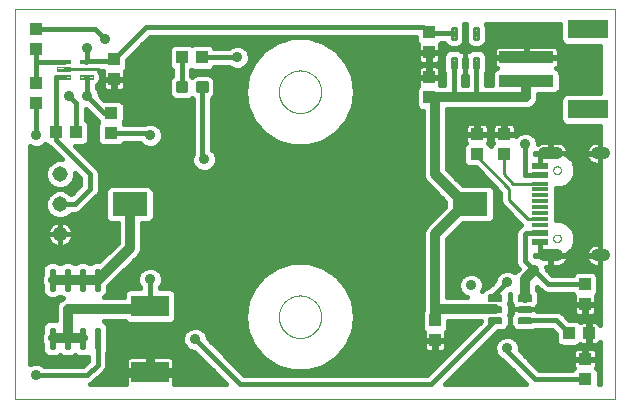
<source format=gtl>
G75*
%MOIN*%
%OFA0B0*%
%FSLAX25Y25*%
%IPPOS*%
%LPD*%
%AMOC8*
5,1,8,0,0,1.08239X$1,22.5*
%
%ADD10C,0.00000*%
%ADD11R,0.03937X0.04331*%
%ADD12C,0.01181*%
%ADD13R,0.18110X0.03937*%
%ADD14R,0.13386X0.06299*%
%ADD15R,0.05709X0.01181*%
%ADD16R,0.05709X0.02362*%
%ADD17R,0.05709X0.02165*%
%ADD18C,0.03937*%
%ADD19C,0.01122*%
%ADD20R,0.04331X0.03937*%
%ADD21R,0.12598X0.07087*%
%ADD22C,0.00394*%
%ADD23C,0.01161*%
%ADD24C,0.05150*%
%ADD25R,0.11811X0.07874*%
%ADD26C,0.00571*%
%ADD27C,0.01600*%
%ADD28C,0.01000*%
%ADD29C,0.03569*%
%ADD30C,0.03200*%
D10*
X0016320Y0001000D02*
X0016320Y0131000D01*
X0216320Y0131000D01*
X0216320Y0001000D01*
X0016320Y0001000D01*
X0104233Y0028500D02*
X0104235Y0028674D01*
X0104242Y0028848D01*
X0104252Y0029021D01*
X0104267Y0029195D01*
X0104286Y0029368D01*
X0104310Y0029540D01*
X0104337Y0029712D01*
X0104369Y0029883D01*
X0104405Y0030053D01*
X0104445Y0030222D01*
X0104490Y0030390D01*
X0104538Y0030557D01*
X0104591Y0030723D01*
X0104647Y0030888D01*
X0104708Y0031051D01*
X0104772Y0031212D01*
X0104841Y0031372D01*
X0104913Y0031530D01*
X0104990Y0031686D01*
X0105070Y0031841D01*
X0105154Y0031993D01*
X0105241Y0032143D01*
X0105333Y0032292D01*
X0105427Y0032437D01*
X0105526Y0032581D01*
X0105628Y0032722D01*
X0105733Y0032860D01*
X0105842Y0032996D01*
X0105954Y0033129D01*
X0106069Y0033259D01*
X0106187Y0033387D01*
X0106309Y0033511D01*
X0106433Y0033633D01*
X0106561Y0033751D01*
X0106691Y0033866D01*
X0106824Y0033978D01*
X0106960Y0034087D01*
X0107098Y0034192D01*
X0107239Y0034294D01*
X0107383Y0034393D01*
X0107528Y0034487D01*
X0107677Y0034579D01*
X0107827Y0034666D01*
X0107979Y0034750D01*
X0108134Y0034830D01*
X0108290Y0034907D01*
X0108448Y0034979D01*
X0108608Y0035048D01*
X0108769Y0035112D01*
X0108932Y0035173D01*
X0109097Y0035229D01*
X0109263Y0035282D01*
X0109430Y0035330D01*
X0109598Y0035375D01*
X0109767Y0035415D01*
X0109937Y0035451D01*
X0110108Y0035483D01*
X0110280Y0035510D01*
X0110452Y0035534D01*
X0110625Y0035553D01*
X0110799Y0035568D01*
X0110972Y0035578D01*
X0111146Y0035585D01*
X0111320Y0035587D01*
X0111494Y0035585D01*
X0111668Y0035578D01*
X0111841Y0035568D01*
X0112015Y0035553D01*
X0112188Y0035534D01*
X0112360Y0035510D01*
X0112532Y0035483D01*
X0112703Y0035451D01*
X0112873Y0035415D01*
X0113042Y0035375D01*
X0113210Y0035330D01*
X0113377Y0035282D01*
X0113543Y0035229D01*
X0113708Y0035173D01*
X0113871Y0035112D01*
X0114032Y0035048D01*
X0114192Y0034979D01*
X0114350Y0034907D01*
X0114506Y0034830D01*
X0114661Y0034750D01*
X0114813Y0034666D01*
X0114963Y0034579D01*
X0115112Y0034487D01*
X0115257Y0034393D01*
X0115401Y0034294D01*
X0115542Y0034192D01*
X0115680Y0034087D01*
X0115816Y0033978D01*
X0115949Y0033866D01*
X0116079Y0033751D01*
X0116207Y0033633D01*
X0116331Y0033511D01*
X0116453Y0033387D01*
X0116571Y0033259D01*
X0116686Y0033129D01*
X0116798Y0032996D01*
X0116907Y0032860D01*
X0117012Y0032722D01*
X0117114Y0032581D01*
X0117213Y0032437D01*
X0117307Y0032292D01*
X0117399Y0032143D01*
X0117486Y0031993D01*
X0117570Y0031841D01*
X0117650Y0031686D01*
X0117727Y0031530D01*
X0117799Y0031372D01*
X0117868Y0031212D01*
X0117932Y0031051D01*
X0117993Y0030888D01*
X0118049Y0030723D01*
X0118102Y0030557D01*
X0118150Y0030390D01*
X0118195Y0030222D01*
X0118235Y0030053D01*
X0118271Y0029883D01*
X0118303Y0029712D01*
X0118330Y0029540D01*
X0118354Y0029368D01*
X0118373Y0029195D01*
X0118388Y0029021D01*
X0118398Y0028848D01*
X0118405Y0028674D01*
X0118407Y0028500D01*
X0118405Y0028326D01*
X0118398Y0028152D01*
X0118388Y0027979D01*
X0118373Y0027805D01*
X0118354Y0027632D01*
X0118330Y0027460D01*
X0118303Y0027288D01*
X0118271Y0027117D01*
X0118235Y0026947D01*
X0118195Y0026778D01*
X0118150Y0026610D01*
X0118102Y0026443D01*
X0118049Y0026277D01*
X0117993Y0026112D01*
X0117932Y0025949D01*
X0117868Y0025788D01*
X0117799Y0025628D01*
X0117727Y0025470D01*
X0117650Y0025314D01*
X0117570Y0025159D01*
X0117486Y0025007D01*
X0117399Y0024857D01*
X0117307Y0024708D01*
X0117213Y0024563D01*
X0117114Y0024419D01*
X0117012Y0024278D01*
X0116907Y0024140D01*
X0116798Y0024004D01*
X0116686Y0023871D01*
X0116571Y0023741D01*
X0116453Y0023613D01*
X0116331Y0023489D01*
X0116207Y0023367D01*
X0116079Y0023249D01*
X0115949Y0023134D01*
X0115816Y0023022D01*
X0115680Y0022913D01*
X0115542Y0022808D01*
X0115401Y0022706D01*
X0115257Y0022607D01*
X0115112Y0022513D01*
X0114963Y0022421D01*
X0114813Y0022334D01*
X0114661Y0022250D01*
X0114506Y0022170D01*
X0114350Y0022093D01*
X0114192Y0022021D01*
X0114032Y0021952D01*
X0113871Y0021888D01*
X0113708Y0021827D01*
X0113543Y0021771D01*
X0113377Y0021718D01*
X0113210Y0021670D01*
X0113042Y0021625D01*
X0112873Y0021585D01*
X0112703Y0021549D01*
X0112532Y0021517D01*
X0112360Y0021490D01*
X0112188Y0021466D01*
X0112015Y0021447D01*
X0111841Y0021432D01*
X0111668Y0021422D01*
X0111494Y0021415D01*
X0111320Y0021413D01*
X0111146Y0021415D01*
X0110972Y0021422D01*
X0110799Y0021432D01*
X0110625Y0021447D01*
X0110452Y0021466D01*
X0110280Y0021490D01*
X0110108Y0021517D01*
X0109937Y0021549D01*
X0109767Y0021585D01*
X0109598Y0021625D01*
X0109430Y0021670D01*
X0109263Y0021718D01*
X0109097Y0021771D01*
X0108932Y0021827D01*
X0108769Y0021888D01*
X0108608Y0021952D01*
X0108448Y0022021D01*
X0108290Y0022093D01*
X0108134Y0022170D01*
X0107979Y0022250D01*
X0107827Y0022334D01*
X0107677Y0022421D01*
X0107528Y0022513D01*
X0107383Y0022607D01*
X0107239Y0022706D01*
X0107098Y0022808D01*
X0106960Y0022913D01*
X0106824Y0023022D01*
X0106691Y0023134D01*
X0106561Y0023249D01*
X0106433Y0023367D01*
X0106309Y0023489D01*
X0106187Y0023613D01*
X0106069Y0023741D01*
X0105954Y0023871D01*
X0105842Y0024004D01*
X0105733Y0024140D01*
X0105628Y0024278D01*
X0105526Y0024419D01*
X0105427Y0024563D01*
X0105333Y0024708D01*
X0105241Y0024857D01*
X0105154Y0025007D01*
X0105070Y0025159D01*
X0104990Y0025314D01*
X0104913Y0025470D01*
X0104841Y0025628D01*
X0104772Y0025788D01*
X0104708Y0025949D01*
X0104647Y0026112D01*
X0104591Y0026277D01*
X0104538Y0026443D01*
X0104490Y0026610D01*
X0104445Y0026778D01*
X0104405Y0026947D01*
X0104369Y0027117D01*
X0104337Y0027288D01*
X0104310Y0027460D01*
X0104286Y0027632D01*
X0104267Y0027805D01*
X0104252Y0027979D01*
X0104242Y0028152D01*
X0104235Y0028326D01*
X0104233Y0028500D01*
X0195729Y0054622D02*
X0195731Y0054693D01*
X0195737Y0054764D01*
X0195747Y0054835D01*
X0195761Y0054904D01*
X0195778Y0054973D01*
X0195800Y0055041D01*
X0195825Y0055108D01*
X0195854Y0055173D01*
X0195886Y0055236D01*
X0195922Y0055298D01*
X0195961Y0055357D01*
X0196004Y0055414D01*
X0196049Y0055469D01*
X0196098Y0055521D01*
X0196149Y0055570D01*
X0196203Y0055616D01*
X0196260Y0055660D01*
X0196318Y0055700D01*
X0196379Y0055736D01*
X0196442Y0055770D01*
X0196507Y0055799D01*
X0196573Y0055825D01*
X0196641Y0055848D01*
X0196709Y0055866D01*
X0196779Y0055881D01*
X0196849Y0055892D01*
X0196920Y0055899D01*
X0196991Y0055902D01*
X0197062Y0055901D01*
X0197133Y0055896D01*
X0197204Y0055887D01*
X0197274Y0055874D01*
X0197343Y0055858D01*
X0197411Y0055837D01*
X0197478Y0055813D01*
X0197544Y0055785D01*
X0197607Y0055753D01*
X0197669Y0055718D01*
X0197729Y0055680D01*
X0197787Y0055638D01*
X0197842Y0055594D01*
X0197895Y0055546D01*
X0197945Y0055495D01*
X0197992Y0055442D01*
X0198036Y0055386D01*
X0198077Y0055328D01*
X0198115Y0055267D01*
X0198149Y0055205D01*
X0198179Y0055140D01*
X0198206Y0055075D01*
X0198230Y0055007D01*
X0198249Y0054939D01*
X0198265Y0054870D01*
X0198277Y0054799D01*
X0198285Y0054729D01*
X0198289Y0054658D01*
X0198289Y0054586D01*
X0198285Y0054515D01*
X0198277Y0054445D01*
X0198265Y0054374D01*
X0198249Y0054305D01*
X0198230Y0054237D01*
X0198206Y0054169D01*
X0198179Y0054104D01*
X0198149Y0054039D01*
X0198115Y0053977D01*
X0198077Y0053916D01*
X0198036Y0053858D01*
X0197992Y0053802D01*
X0197945Y0053749D01*
X0197895Y0053698D01*
X0197842Y0053650D01*
X0197787Y0053606D01*
X0197729Y0053564D01*
X0197669Y0053526D01*
X0197607Y0053491D01*
X0197544Y0053459D01*
X0197478Y0053431D01*
X0197411Y0053407D01*
X0197343Y0053386D01*
X0197274Y0053370D01*
X0197204Y0053357D01*
X0197133Y0053348D01*
X0197062Y0053343D01*
X0196991Y0053342D01*
X0196920Y0053345D01*
X0196849Y0053352D01*
X0196779Y0053363D01*
X0196709Y0053378D01*
X0196641Y0053396D01*
X0196573Y0053419D01*
X0196507Y0053445D01*
X0196442Y0053474D01*
X0196379Y0053508D01*
X0196318Y0053544D01*
X0196260Y0053584D01*
X0196203Y0053628D01*
X0196149Y0053674D01*
X0196098Y0053723D01*
X0196049Y0053775D01*
X0196004Y0053830D01*
X0195961Y0053887D01*
X0195922Y0053946D01*
X0195886Y0054008D01*
X0195854Y0054071D01*
X0195825Y0054136D01*
X0195800Y0054203D01*
X0195778Y0054271D01*
X0195761Y0054340D01*
X0195747Y0054409D01*
X0195737Y0054480D01*
X0195731Y0054551D01*
X0195729Y0054622D01*
X0195729Y0077378D02*
X0195731Y0077449D01*
X0195737Y0077520D01*
X0195747Y0077591D01*
X0195761Y0077660D01*
X0195778Y0077729D01*
X0195800Y0077797D01*
X0195825Y0077864D01*
X0195854Y0077929D01*
X0195886Y0077992D01*
X0195922Y0078054D01*
X0195961Y0078113D01*
X0196004Y0078170D01*
X0196049Y0078225D01*
X0196098Y0078277D01*
X0196149Y0078326D01*
X0196203Y0078372D01*
X0196260Y0078416D01*
X0196318Y0078456D01*
X0196379Y0078492D01*
X0196442Y0078526D01*
X0196507Y0078555D01*
X0196573Y0078581D01*
X0196641Y0078604D01*
X0196709Y0078622D01*
X0196779Y0078637D01*
X0196849Y0078648D01*
X0196920Y0078655D01*
X0196991Y0078658D01*
X0197062Y0078657D01*
X0197133Y0078652D01*
X0197204Y0078643D01*
X0197274Y0078630D01*
X0197343Y0078614D01*
X0197411Y0078593D01*
X0197478Y0078569D01*
X0197544Y0078541D01*
X0197607Y0078509D01*
X0197669Y0078474D01*
X0197729Y0078436D01*
X0197787Y0078394D01*
X0197842Y0078350D01*
X0197895Y0078302D01*
X0197945Y0078251D01*
X0197992Y0078198D01*
X0198036Y0078142D01*
X0198077Y0078084D01*
X0198115Y0078023D01*
X0198149Y0077961D01*
X0198179Y0077896D01*
X0198206Y0077831D01*
X0198230Y0077763D01*
X0198249Y0077695D01*
X0198265Y0077626D01*
X0198277Y0077555D01*
X0198285Y0077485D01*
X0198289Y0077414D01*
X0198289Y0077342D01*
X0198285Y0077271D01*
X0198277Y0077201D01*
X0198265Y0077130D01*
X0198249Y0077061D01*
X0198230Y0076993D01*
X0198206Y0076925D01*
X0198179Y0076860D01*
X0198149Y0076795D01*
X0198115Y0076733D01*
X0198077Y0076672D01*
X0198036Y0076614D01*
X0197992Y0076558D01*
X0197945Y0076505D01*
X0197895Y0076454D01*
X0197842Y0076406D01*
X0197787Y0076362D01*
X0197729Y0076320D01*
X0197669Y0076282D01*
X0197607Y0076247D01*
X0197544Y0076215D01*
X0197478Y0076187D01*
X0197411Y0076163D01*
X0197343Y0076142D01*
X0197274Y0076126D01*
X0197204Y0076113D01*
X0197133Y0076104D01*
X0197062Y0076099D01*
X0196991Y0076098D01*
X0196920Y0076101D01*
X0196849Y0076108D01*
X0196779Y0076119D01*
X0196709Y0076134D01*
X0196641Y0076152D01*
X0196573Y0076175D01*
X0196507Y0076201D01*
X0196442Y0076230D01*
X0196379Y0076264D01*
X0196318Y0076300D01*
X0196260Y0076340D01*
X0196203Y0076384D01*
X0196149Y0076430D01*
X0196098Y0076479D01*
X0196049Y0076531D01*
X0196004Y0076586D01*
X0195961Y0076643D01*
X0195922Y0076702D01*
X0195886Y0076764D01*
X0195854Y0076827D01*
X0195825Y0076892D01*
X0195800Y0076959D01*
X0195778Y0077027D01*
X0195761Y0077096D01*
X0195747Y0077165D01*
X0195737Y0077236D01*
X0195731Y0077307D01*
X0195729Y0077378D01*
X0104233Y0103500D02*
X0104235Y0103674D01*
X0104242Y0103848D01*
X0104252Y0104021D01*
X0104267Y0104195D01*
X0104286Y0104368D01*
X0104310Y0104540D01*
X0104337Y0104712D01*
X0104369Y0104883D01*
X0104405Y0105053D01*
X0104445Y0105222D01*
X0104490Y0105390D01*
X0104538Y0105557D01*
X0104591Y0105723D01*
X0104647Y0105888D01*
X0104708Y0106051D01*
X0104772Y0106212D01*
X0104841Y0106372D01*
X0104913Y0106530D01*
X0104990Y0106686D01*
X0105070Y0106841D01*
X0105154Y0106993D01*
X0105241Y0107143D01*
X0105333Y0107292D01*
X0105427Y0107437D01*
X0105526Y0107581D01*
X0105628Y0107722D01*
X0105733Y0107860D01*
X0105842Y0107996D01*
X0105954Y0108129D01*
X0106069Y0108259D01*
X0106187Y0108387D01*
X0106309Y0108511D01*
X0106433Y0108633D01*
X0106561Y0108751D01*
X0106691Y0108866D01*
X0106824Y0108978D01*
X0106960Y0109087D01*
X0107098Y0109192D01*
X0107239Y0109294D01*
X0107383Y0109393D01*
X0107528Y0109487D01*
X0107677Y0109579D01*
X0107827Y0109666D01*
X0107979Y0109750D01*
X0108134Y0109830D01*
X0108290Y0109907D01*
X0108448Y0109979D01*
X0108608Y0110048D01*
X0108769Y0110112D01*
X0108932Y0110173D01*
X0109097Y0110229D01*
X0109263Y0110282D01*
X0109430Y0110330D01*
X0109598Y0110375D01*
X0109767Y0110415D01*
X0109937Y0110451D01*
X0110108Y0110483D01*
X0110280Y0110510D01*
X0110452Y0110534D01*
X0110625Y0110553D01*
X0110799Y0110568D01*
X0110972Y0110578D01*
X0111146Y0110585D01*
X0111320Y0110587D01*
X0111494Y0110585D01*
X0111668Y0110578D01*
X0111841Y0110568D01*
X0112015Y0110553D01*
X0112188Y0110534D01*
X0112360Y0110510D01*
X0112532Y0110483D01*
X0112703Y0110451D01*
X0112873Y0110415D01*
X0113042Y0110375D01*
X0113210Y0110330D01*
X0113377Y0110282D01*
X0113543Y0110229D01*
X0113708Y0110173D01*
X0113871Y0110112D01*
X0114032Y0110048D01*
X0114192Y0109979D01*
X0114350Y0109907D01*
X0114506Y0109830D01*
X0114661Y0109750D01*
X0114813Y0109666D01*
X0114963Y0109579D01*
X0115112Y0109487D01*
X0115257Y0109393D01*
X0115401Y0109294D01*
X0115542Y0109192D01*
X0115680Y0109087D01*
X0115816Y0108978D01*
X0115949Y0108866D01*
X0116079Y0108751D01*
X0116207Y0108633D01*
X0116331Y0108511D01*
X0116453Y0108387D01*
X0116571Y0108259D01*
X0116686Y0108129D01*
X0116798Y0107996D01*
X0116907Y0107860D01*
X0117012Y0107722D01*
X0117114Y0107581D01*
X0117213Y0107437D01*
X0117307Y0107292D01*
X0117399Y0107143D01*
X0117486Y0106993D01*
X0117570Y0106841D01*
X0117650Y0106686D01*
X0117727Y0106530D01*
X0117799Y0106372D01*
X0117868Y0106212D01*
X0117932Y0106051D01*
X0117993Y0105888D01*
X0118049Y0105723D01*
X0118102Y0105557D01*
X0118150Y0105390D01*
X0118195Y0105222D01*
X0118235Y0105053D01*
X0118271Y0104883D01*
X0118303Y0104712D01*
X0118330Y0104540D01*
X0118354Y0104368D01*
X0118373Y0104195D01*
X0118388Y0104021D01*
X0118398Y0103848D01*
X0118405Y0103674D01*
X0118407Y0103500D01*
X0118405Y0103326D01*
X0118398Y0103152D01*
X0118388Y0102979D01*
X0118373Y0102805D01*
X0118354Y0102632D01*
X0118330Y0102460D01*
X0118303Y0102288D01*
X0118271Y0102117D01*
X0118235Y0101947D01*
X0118195Y0101778D01*
X0118150Y0101610D01*
X0118102Y0101443D01*
X0118049Y0101277D01*
X0117993Y0101112D01*
X0117932Y0100949D01*
X0117868Y0100788D01*
X0117799Y0100628D01*
X0117727Y0100470D01*
X0117650Y0100314D01*
X0117570Y0100159D01*
X0117486Y0100007D01*
X0117399Y0099857D01*
X0117307Y0099708D01*
X0117213Y0099563D01*
X0117114Y0099419D01*
X0117012Y0099278D01*
X0116907Y0099140D01*
X0116798Y0099004D01*
X0116686Y0098871D01*
X0116571Y0098741D01*
X0116453Y0098613D01*
X0116331Y0098489D01*
X0116207Y0098367D01*
X0116079Y0098249D01*
X0115949Y0098134D01*
X0115816Y0098022D01*
X0115680Y0097913D01*
X0115542Y0097808D01*
X0115401Y0097706D01*
X0115257Y0097607D01*
X0115112Y0097513D01*
X0114963Y0097421D01*
X0114813Y0097334D01*
X0114661Y0097250D01*
X0114506Y0097170D01*
X0114350Y0097093D01*
X0114192Y0097021D01*
X0114032Y0096952D01*
X0113871Y0096888D01*
X0113708Y0096827D01*
X0113543Y0096771D01*
X0113377Y0096718D01*
X0113210Y0096670D01*
X0113042Y0096625D01*
X0112873Y0096585D01*
X0112703Y0096549D01*
X0112532Y0096517D01*
X0112360Y0096490D01*
X0112188Y0096466D01*
X0112015Y0096447D01*
X0111841Y0096432D01*
X0111668Y0096422D01*
X0111494Y0096415D01*
X0111320Y0096413D01*
X0111146Y0096415D01*
X0110972Y0096422D01*
X0110799Y0096432D01*
X0110625Y0096447D01*
X0110452Y0096466D01*
X0110280Y0096490D01*
X0110108Y0096517D01*
X0109937Y0096549D01*
X0109767Y0096585D01*
X0109598Y0096625D01*
X0109430Y0096670D01*
X0109263Y0096718D01*
X0109097Y0096771D01*
X0108932Y0096827D01*
X0108769Y0096888D01*
X0108608Y0096952D01*
X0108448Y0097021D01*
X0108290Y0097093D01*
X0108134Y0097170D01*
X0107979Y0097250D01*
X0107827Y0097334D01*
X0107677Y0097421D01*
X0107528Y0097513D01*
X0107383Y0097607D01*
X0107239Y0097706D01*
X0107098Y0097808D01*
X0106960Y0097913D01*
X0106824Y0098022D01*
X0106691Y0098134D01*
X0106561Y0098249D01*
X0106433Y0098367D01*
X0106309Y0098489D01*
X0106187Y0098613D01*
X0106069Y0098741D01*
X0105954Y0098871D01*
X0105842Y0099004D01*
X0105733Y0099140D01*
X0105628Y0099278D01*
X0105526Y0099419D01*
X0105427Y0099563D01*
X0105333Y0099708D01*
X0105241Y0099857D01*
X0105154Y0100007D01*
X0105070Y0100159D01*
X0104990Y0100314D01*
X0104913Y0100470D01*
X0104841Y0100628D01*
X0104772Y0100788D01*
X0104708Y0100949D01*
X0104647Y0101112D01*
X0104591Y0101277D01*
X0104538Y0101443D01*
X0104490Y0101610D01*
X0104445Y0101778D01*
X0104405Y0101947D01*
X0104369Y0102117D01*
X0104337Y0102288D01*
X0104310Y0102460D01*
X0104286Y0102632D01*
X0104267Y0102805D01*
X0104252Y0102979D01*
X0104242Y0103152D01*
X0104235Y0103326D01*
X0104233Y0103500D01*
D11*
X0078666Y0115000D03*
X0071973Y0115000D03*
X0049320Y0114346D03*
X0049320Y0107654D03*
X0023320Y0106346D03*
X0023320Y0099654D03*
X0029973Y0090000D03*
X0036666Y0090000D03*
X0154320Y0101654D03*
X0154320Y0108346D03*
X0154320Y0116654D03*
X0154320Y0123346D03*
X0206320Y0039346D03*
X0206320Y0032654D03*
X0207666Y0023000D03*
X0200973Y0023000D03*
X0156320Y0020654D03*
X0156320Y0027346D03*
D12*
X0080151Y0103622D02*
X0080151Y0106378D01*
X0080151Y0103622D02*
X0077395Y0103622D01*
X0077395Y0106378D01*
X0080151Y0106378D01*
X0080151Y0104802D02*
X0077395Y0104802D01*
X0077395Y0105982D02*
X0080151Y0105982D01*
X0073245Y0106378D02*
X0073245Y0103622D01*
X0070489Y0103622D01*
X0070489Y0106378D01*
X0073245Y0106378D01*
X0073245Y0104802D02*
X0070489Y0104802D01*
X0070489Y0105982D02*
X0073245Y0105982D01*
D13*
X0186753Y0107063D03*
X0186753Y0114937D03*
D14*
X0207225Y0124386D03*
X0207225Y0097614D03*
D15*
X0191320Y0072890D03*
X0191320Y0070921D03*
X0191320Y0068953D03*
X0191320Y0066984D03*
X0191320Y0065016D03*
X0191320Y0063047D03*
X0191320Y0061079D03*
X0191320Y0059110D03*
D16*
X0191320Y0053303D03*
X0191320Y0078697D03*
D17*
X0191320Y0075646D03*
X0191320Y0056354D03*
D18*
X0192756Y0048992D02*
X0192756Y0048992D01*
X0197088Y0048992D01*
X0197088Y0048992D01*
X0192756Y0048992D01*
X0210198Y0048992D02*
X0210198Y0048992D01*
X0212560Y0048992D01*
X0212560Y0048992D01*
X0210198Y0048992D01*
X0210198Y0083008D02*
X0210198Y0083008D01*
X0212560Y0083008D01*
X0212560Y0083008D01*
X0210198Y0083008D01*
X0192756Y0083008D02*
X0192756Y0083008D01*
X0197088Y0083008D01*
X0197088Y0083008D01*
X0192756Y0083008D01*
D19*
X0044381Y0044061D02*
X0044381Y0037427D01*
X0043259Y0037427D01*
X0043259Y0044061D01*
X0044381Y0044061D01*
X0044381Y0038548D02*
X0043259Y0038548D01*
X0043259Y0039669D02*
X0044381Y0039669D01*
X0044381Y0040790D02*
X0043259Y0040790D01*
X0043259Y0041911D02*
X0044381Y0041911D01*
X0044381Y0043032D02*
X0043259Y0043032D01*
X0039381Y0044061D02*
X0039381Y0037427D01*
X0038259Y0037427D01*
X0038259Y0044061D01*
X0039381Y0044061D01*
X0039381Y0038548D02*
X0038259Y0038548D01*
X0038259Y0039669D02*
X0039381Y0039669D01*
X0039381Y0040790D02*
X0038259Y0040790D01*
X0038259Y0041911D02*
X0039381Y0041911D01*
X0039381Y0043032D02*
X0038259Y0043032D01*
X0034381Y0044061D02*
X0034381Y0037427D01*
X0033259Y0037427D01*
X0033259Y0044061D01*
X0034381Y0044061D01*
X0034381Y0038548D02*
X0033259Y0038548D01*
X0033259Y0039669D02*
X0034381Y0039669D01*
X0034381Y0040790D02*
X0033259Y0040790D01*
X0033259Y0041911D02*
X0034381Y0041911D01*
X0034381Y0043032D02*
X0033259Y0043032D01*
X0029381Y0044061D02*
X0029381Y0037427D01*
X0028259Y0037427D01*
X0028259Y0044061D01*
X0029381Y0044061D01*
X0029381Y0038548D02*
X0028259Y0038548D01*
X0028259Y0039669D02*
X0029381Y0039669D01*
X0029381Y0040790D02*
X0028259Y0040790D01*
X0028259Y0041911D02*
X0029381Y0041911D01*
X0029381Y0043032D02*
X0028259Y0043032D01*
X0029381Y0024573D02*
X0029381Y0017939D01*
X0028259Y0017939D01*
X0028259Y0024573D01*
X0029381Y0024573D01*
X0029381Y0019060D02*
X0028259Y0019060D01*
X0028259Y0020181D02*
X0029381Y0020181D01*
X0029381Y0021302D02*
X0028259Y0021302D01*
X0028259Y0022423D02*
X0029381Y0022423D01*
X0029381Y0023544D02*
X0028259Y0023544D01*
X0034381Y0024573D02*
X0034381Y0017939D01*
X0033259Y0017939D01*
X0033259Y0024573D01*
X0034381Y0024573D01*
X0034381Y0019060D02*
X0033259Y0019060D01*
X0033259Y0020181D02*
X0034381Y0020181D01*
X0034381Y0021302D02*
X0033259Y0021302D01*
X0033259Y0022423D02*
X0034381Y0022423D01*
X0034381Y0023544D02*
X0033259Y0023544D01*
X0039381Y0024573D02*
X0039381Y0017939D01*
X0038259Y0017939D01*
X0038259Y0024573D01*
X0039381Y0024573D01*
X0039381Y0019060D02*
X0038259Y0019060D01*
X0038259Y0020181D02*
X0039381Y0020181D01*
X0039381Y0021302D02*
X0038259Y0021302D01*
X0038259Y0022423D02*
X0039381Y0022423D01*
X0039381Y0023544D02*
X0038259Y0023544D01*
X0044381Y0024573D02*
X0044381Y0017939D01*
X0043259Y0017939D01*
X0043259Y0024573D01*
X0044381Y0024573D01*
X0044381Y0019060D02*
X0043259Y0019060D01*
X0043259Y0020181D02*
X0044381Y0020181D01*
X0044381Y0021302D02*
X0043259Y0021302D01*
X0043259Y0022423D02*
X0044381Y0022423D01*
X0044381Y0023544D02*
X0043259Y0023544D01*
D20*
X0048320Y0089654D03*
X0048320Y0096346D03*
X0023320Y0117654D03*
X0023320Y0124346D03*
X0170320Y0089346D03*
X0179320Y0089346D03*
X0179320Y0082654D03*
X0170320Y0082654D03*
X0206320Y0014346D03*
X0206320Y0007654D03*
D21*
X0061320Y0009976D03*
X0061320Y0032024D03*
D22*
X0042244Y0107851D02*
X0037954Y0107851D01*
X0037954Y0109031D01*
X0042244Y0109031D01*
X0042244Y0107851D01*
X0042244Y0108244D02*
X0037954Y0108244D01*
X0037954Y0108637D02*
X0042244Y0108637D01*
X0042244Y0109030D02*
X0037954Y0109030D01*
X0034685Y0107851D02*
X0030395Y0107851D01*
X0030395Y0109031D01*
X0034685Y0109031D01*
X0034685Y0107851D01*
X0034685Y0108244D02*
X0030395Y0108244D01*
X0030395Y0108637D02*
X0034685Y0108637D01*
X0034685Y0109030D02*
X0030395Y0109030D01*
X0030395Y0110410D02*
X0034685Y0110410D01*
X0030395Y0110410D02*
X0030395Y0111590D01*
X0034685Y0111590D01*
X0034685Y0110410D01*
X0034685Y0110803D02*
X0030395Y0110803D01*
X0030395Y0111196D02*
X0034685Y0111196D01*
X0034685Y0111589D02*
X0030395Y0111589D01*
X0030395Y0112969D02*
X0034685Y0112969D01*
X0030395Y0112969D02*
X0030395Y0114149D01*
X0034685Y0114149D01*
X0034685Y0112969D01*
X0034685Y0113362D02*
X0030395Y0113362D01*
X0030395Y0113755D02*
X0034685Y0113755D01*
X0034685Y0114148D02*
X0030395Y0114148D01*
X0037954Y0112969D02*
X0042244Y0112969D01*
X0037954Y0112969D02*
X0037954Y0114149D01*
X0042244Y0114149D01*
X0042244Y0112969D01*
X0042244Y0113362D02*
X0037954Y0113362D01*
X0037954Y0113755D02*
X0042244Y0113755D01*
X0042244Y0114148D02*
X0037954Y0114148D01*
D23*
X0163161Y0114861D02*
X0163161Y0111257D01*
X0161999Y0111257D01*
X0161999Y0114861D01*
X0163161Y0114861D01*
X0163161Y0112417D02*
X0161999Y0112417D01*
X0161999Y0113577D02*
X0163161Y0113577D01*
X0163161Y0114737D02*
X0161999Y0114737D01*
X0166901Y0114861D02*
X0166901Y0111257D01*
X0165739Y0111257D01*
X0165739Y0114861D01*
X0166901Y0114861D01*
X0166901Y0112417D02*
X0165739Y0112417D01*
X0165739Y0113577D02*
X0166901Y0113577D01*
X0166901Y0114737D02*
X0165739Y0114737D01*
X0170641Y0114861D02*
X0170641Y0111257D01*
X0169479Y0111257D01*
X0169479Y0114861D01*
X0170641Y0114861D01*
X0170641Y0112417D02*
X0169479Y0112417D01*
X0169479Y0113577D02*
X0170641Y0113577D01*
X0170641Y0114737D02*
X0169479Y0114737D01*
X0170641Y0121139D02*
X0170641Y0124743D01*
X0170641Y0121139D02*
X0169479Y0121139D01*
X0169479Y0124743D01*
X0170641Y0124743D01*
X0170641Y0122299D02*
X0169479Y0122299D01*
X0169479Y0123459D02*
X0170641Y0123459D01*
X0170641Y0124619D02*
X0169479Y0124619D01*
X0163161Y0124743D02*
X0163161Y0121139D01*
X0161999Y0121139D01*
X0161999Y0124743D01*
X0163161Y0124743D01*
X0163161Y0122299D02*
X0161999Y0122299D01*
X0161999Y0123459D02*
X0163161Y0123459D01*
X0163161Y0124619D02*
X0161999Y0124619D01*
D24*
X0031320Y0076000D03*
X0031320Y0066000D03*
X0031320Y0056000D03*
D25*
X0054527Y0065942D03*
X0168113Y0066058D03*
D26*
X0174282Y0033884D02*
X0178476Y0033884D01*
X0174282Y0033884D02*
X0174282Y0035596D01*
X0178476Y0035596D01*
X0178476Y0033884D01*
X0178476Y0034454D02*
X0174282Y0034454D01*
X0174282Y0035024D02*
X0178476Y0035024D01*
X0178476Y0035594D02*
X0174282Y0035594D01*
X0174282Y0030144D02*
X0178476Y0030144D01*
X0174282Y0030144D02*
X0174282Y0031856D01*
X0178476Y0031856D01*
X0178476Y0030144D01*
X0178476Y0030714D02*
X0174282Y0030714D01*
X0174282Y0031284D02*
X0178476Y0031284D01*
X0178476Y0031854D02*
X0174282Y0031854D01*
X0174282Y0026404D02*
X0178476Y0026404D01*
X0174282Y0026404D02*
X0174282Y0028116D01*
X0178476Y0028116D01*
X0178476Y0026404D01*
X0178476Y0026974D02*
X0174282Y0026974D01*
X0174282Y0027544D02*
X0178476Y0027544D01*
X0178476Y0028114D02*
X0174282Y0028114D01*
X0184164Y0026404D02*
X0188358Y0026404D01*
X0184164Y0026404D02*
X0184164Y0028116D01*
X0188358Y0028116D01*
X0188358Y0026404D01*
X0188358Y0026974D02*
X0184164Y0026974D01*
X0184164Y0027544D02*
X0188358Y0027544D01*
X0188358Y0028114D02*
X0184164Y0028114D01*
X0184164Y0030144D02*
X0188358Y0030144D01*
X0184164Y0030144D02*
X0184164Y0031856D01*
X0188358Y0031856D01*
X0188358Y0030144D01*
X0188358Y0030714D02*
X0184164Y0030714D01*
X0184164Y0031284D02*
X0188358Y0031284D01*
X0188358Y0031854D02*
X0184164Y0031854D01*
X0184164Y0033884D02*
X0188358Y0033884D01*
X0184164Y0033884D02*
X0184164Y0035596D01*
X0188358Y0035596D01*
X0188358Y0033884D01*
X0188358Y0034454D02*
X0184164Y0034454D01*
X0184164Y0035024D02*
X0188358Y0035024D01*
X0188358Y0035594D02*
X0184164Y0035594D01*
D27*
X0181479Y0035951D02*
X0181479Y0033350D01*
X0181888Y0032363D01*
X0182088Y0032163D01*
X0182079Y0032131D01*
X0182079Y0031000D01*
X0184838Y0031000D01*
X0182079Y0031000D01*
X0182079Y0029869D01*
X0182088Y0029837D01*
X0181888Y0029637D01*
X0181479Y0028650D01*
X0181479Y0025869D01*
X0181888Y0024882D01*
X0182643Y0024127D01*
X0183630Y0023718D01*
X0188892Y0023718D01*
X0189717Y0024060D01*
X0195388Y0024060D01*
X0196605Y0022843D01*
X0196605Y0020357D01*
X0196970Y0019475D01*
X0197645Y0018800D01*
X0198528Y0018435D01*
X0203419Y0018435D01*
X0204301Y0018800D01*
X0204785Y0019283D01*
X0205003Y0019157D01*
X0205461Y0019035D01*
X0207482Y0019035D01*
X0207482Y0022816D01*
X0207851Y0022816D01*
X0207851Y0019035D01*
X0209872Y0019035D01*
X0210330Y0019157D01*
X0210740Y0019394D01*
X0211075Y0019729D01*
X0211312Y0020140D01*
X0211320Y0020169D01*
X0211320Y0006000D01*
X0210885Y0006000D01*
X0210885Y0010099D01*
X0210520Y0010982D01*
X0210037Y0011465D01*
X0210163Y0011683D01*
X0210285Y0012141D01*
X0210285Y0014162D01*
X0206504Y0014162D01*
X0206504Y0014531D01*
X0206136Y0014531D01*
X0206136Y0018115D01*
X0203918Y0018115D01*
X0203460Y0017992D01*
X0203049Y0017755D01*
X0202714Y0017420D01*
X0202477Y0017010D01*
X0202355Y0016552D01*
X0202355Y0014531D01*
X0206136Y0014531D01*
X0206136Y0014162D01*
X0202355Y0014162D01*
X0202355Y0012141D01*
X0202477Y0011683D01*
X0202603Y0011465D01*
X0202120Y0010982D01*
X0202067Y0010854D01*
X0190992Y0010854D01*
X0184504Y0017341D01*
X0184504Y0018832D01*
X0183867Y0020370D01*
X0182690Y0021547D01*
X0181152Y0022184D01*
X0179488Y0022184D01*
X0177950Y0021547D01*
X0176773Y0020370D01*
X0176136Y0018832D01*
X0176136Y0017168D01*
X0176773Y0015630D01*
X0177950Y0014453D01*
X0178619Y0014176D01*
X0186794Y0006000D01*
X0159645Y0006000D01*
X0177363Y0023718D01*
X0179010Y0023718D01*
X0179997Y0024127D01*
X0180752Y0024882D01*
X0181161Y0025869D01*
X0181161Y0028650D01*
X0180962Y0029130D01*
X0181161Y0029610D01*
X0181161Y0032390D01*
X0180962Y0032870D01*
X0181161Y0033350D01*
X0181161Y0035819D01*
X0181479Y0035951D01*
X0181479Y0034569D02*
X0181161Y0034569D01*
X0181004Y0032970D02*
X0181636Y0032970D01*
X0182079Y0031372D02*
X0181161Y0031372D01*
X0181161Y0029773D02*
X0182024Y0029773D01*
X0181479Y0028175D02*
X0181161Y0028175D01*
X0181161Y0026576D02*
X0181479Y0026576D01*
X0181848Y0024978D02*
X0180792Y0024978D01*
X0182127Y0021781D02*
X0196605Y0021781D01*
X0196678Y0020182D02*
X0183945Y0020182D01*
X0184504Y0018584D02*
X0198168Y0018584D01*
X0202471Y0016985D02*
X0184860Y0016985D01*
X0186459Y0015387D02*
X0202355Y0015387D01*
X0202355Y0013788D02*
X0188057Y0013788D01*
X0189656Y0012190D02*
X0202355Y0012190D01*
X0206504Y0014531D02*
X0206504Y0018115D01*
X0208722Y0018115D01*
X0209180Y0017992D01*
X0209591Y0017755D01*
X0209926Y0017420D01*
X0210163Y0017010D01*
X0210285Y0016552D01*
X0210285Y0014531D01*
X0206504Y0014531D01*
X0206504Y0015387D02*
X0206136Y0015387D01*
X0206136Y0016985D02*
X0206504Y0016985D01*
X0203779Y0018584D02*
X0211320Y0018584D01*
X0207851Y0020182D02*
X0207482Y0020182D01*
X0207482Y0021781D02*
X0207851Y0021781D01*
X0207851Y0023184D02*
X0207482Y0023184D01*
X0207482Y0026965D01*
X0205461Y0026965D01*
X0205003Y0026843D01*
X0204785Y0026717D01*
X0204301Y0027200D01*
X0203419Y0027565D01*
X0200934Y0027565D01*
X0198526Y0029973D01*
X0197350Y0030460D01*
X0190443Y0030460D01*
X0190443Y0031000D01*
X0190443Y0032131D01*
X0190434Y0032163D01*
X0190634Y0032363D01*
X0191043Y0033350D01*
X0191043Y0036131D01*
X0190634Y0037118D01*
X0190261Y0037491D01*
X0190261Y0038534D01*
X0192161Y0036634D01*
X0193337Y0036146D01*
X0202182Y0036146D01*
X0202317Y0035822D01*
X0202664Y0035475D01*
X0202551Y0035056D01*
X0202551Y0032838D01*
X0206136Y0032838D01*
X0206136Y0032469D01*
X0206504Y0032469D01*
X0206504Y0028688D01*
X0208525Y0028688D01*
X0208983Y0028811D01*
X0209394Y0029048D01*
X0209729Y0029383D01*
X0209966Y0029793D01*
X0210088Y0030251D01*
X0210088Y0032469D01*
X0206504Y0032469D01*
X0206504Y0032838D01*
X0210088Y0032838D01*
X0210088Y0035056D01*
X0209976Y0035475D01*
X0210323Y0035822D01*
X0210688Y0036704D01*
X0210688Y0041989D01*
X0210323Y0042871D01*
X0209648Y0043546D01*
X0208766Y0043912D01*
X0203874Y0043912D01*
X0202992Y0043546D01*
X0202317Y0042871D01*
X0202182Y0042546D01*
X0195299Y0042546D01*
X0193504Y0044341D01*
X0193504Y0044832D01*
X0193342Y0045224D01*
X0194738Y0045224D01*
X0194738Y0048808D01*
X0189520Y0048808D01*
X0189520Y0049176D01*
X0194269Y0049176D01*
X0194738Y0048982D01*
X0194738Y0048808D01*
X0195107Y0048808D01*
X0195107Y0045224D01*
X0197459Y0045224D01*
X0198187Y0045368D01*
X0198873Y0045653D01*
X0199490Y0046065D01*
X0200015Y0046590D01*
X0200427Y0047207D01*
X0200711Y0047893D01*
X0200856Y0048621D01*
X0200856Y0048808D01*
X0198859Y0048808D01*
X0199748Y0049176D01*
X0200856Y0049176D01*
X0200856Y0049363D01*
X0200772Y0049787D01*
X0202163Y0051178D01*
X0203088Y0053413D01*
X0203088Y0055831D01*
X0202163Y0058066D01*
X0200453Y0059776D01*
X0198218Y0060702D01*
X0196574Y0060702D01*
X0196574Y0071298D01*
X0198218Y0071298D01*
X0200453Y0072224D01*
X0202163Y0073934D01*
X0203088Y0076169D01*
X0203088Y0078587D01*
X0202163Y0080822D01*
X0200772Y0082213D01*
X0200856Y0082637D01*
X0200856Y0082824D01*
X0199749Y0082824D01*
X0198859Y0083192D01*
X0200856Y0083192D01*
X0200856Y0083379D01*
X0200711Y0084107D01*
X0200427Y0084793D01*
X0200015Y0085410D01*
X0199490Y0085935D01*
X0198873Y0086347D01*
X0198187Y0086632D01*
X0197459Y0086776D01*
X0195107Y0086776D01*
X0195107Y0083192D01*
X0194738Y0083192D01*
X0189520Y0083192D01*
X0189520Y0082824D01*
X0194269Y0082824D01*
X0194738Y0083018D01*
X0194738Y0083192D01*
X0194738Y0086776D01*
X0192386Y0086776D01*
X0191658Y0086632D01*
X0190972Y0086347D01*
X0190504Y0086035D01*
X0190504Y0086832D01*
X0189867Y0088370D01*
X0188690Y0089547D01*
X0187152Y0090184D01*
X0185488Y0090184D01*
X0183950Y0089547D01*
X0183285Y0088883D01*
X0183285Y0089162D01*
X0179504Y0089162D01*
X0179504Y0089531D01*
X0179136Y0089531D01*
X0179136Y0093115D01*
X0176918Y0093115D01*
X0176460Y0092992D01*
X0176049Y0092755D01*
X0175714Y0092420D01*
X0175477Y0092010D01*
X0175355Y0091552D01*
X0175355Y0089531D01*
X0179136Y0089531D01*
X0179136Y0089162D01*
X0175355Y0089162D01*
X0175355Y0087141D01*
X0175477Y0086683D01*
X0175603Y0086465D01*
X0175120Y0085982D01*
X0174820Y0085257D01*
X0174520Y0085982D01*
X0174037Y0086465D01*
X0174163Y0086683D01*
X0174285Y0087141D01*
X0174285Y0089162D01*
X0170504Y0089162D01*
X0170504Y0089531D01*
X0170136Y0089531D01*
X0170136Y0093115D01*
X0167918Y0093115D01*
X0167460Y0092992D01*
X0167049Y0092755D01*
X0166714Y0092420D01*
X0166477Y0092010D01*
X0166355Y0091552D01*
X0166355Y0089531D01*
X0170136Y0089531D01*
X0170136Y0089162D01*
X0166355Y0089162D01*
X0166355Y0087141D01*
X0166477Y0086683D01*
X0166603Y0086465D01*
X0166120Y0085982D01*
X0165755Y0085099D01*
X0165755Y0080208D01*
X0166120Y0079326D01*
X0166795Y0078650D01*
X0167677Y0078285D01*
X0169881Y0078285D01*
X0178073Y0069826D01*
X0178073Y0066770D01*
X0178515Y0065704D01*
X0185067Y0059152D01*
X0184862Y0059067D01*
X0183961Y0058167D01*
X0183607Y0057813D01*
X0183120Y0056637D01*
X0183120Y0046363D01*
X0183607Y0045187D01*
X0184229Y0044566D01*
X0182950Y0043287D01*
X0182690Y0043547D01*
X0181152Y0044184D01*
X0179488Y0044184D01*
X0177950Y0043547D01*
X0176773Y0042370D01*
X0176136Y0040832D01*
X0176136Y0040341D01*
X0174076Y0038282D01*
X0173748Y0038282D01*
X0172761Y0037873D01*
X0172114Y0037226D01*
X0172504Y0038168D01*
X0172504Y0039832D01*
X0171867Y0041370D01*
X0170690Y0042547D01*
X0169152Y0043184D01*
X0167488Y0043184D01*
X0165950Y0042547D01*
X0164773Y0041370D01*
X0164136Y0039832D01*
X0164136Y0038168D01*
X0164773Y0036630D01*
X0165950Y0035453D01*
X0167043Y0035000D01*
X0160320Y0035000D01*
X0160320Y0054343D01*
X0165697Y0059721D01*
X0174495Y0059721D01*
X0175378Y0060086D01*
X0176053Y0060761D01*
X0176418Y0061643D01*
X0176418Y0070472D01*
X0176053Y0071354D01*
X0175378Y0072029D01*
X0174495Y0072395D01*
X0165582Y0072395D01*
X0160320Y0077657D01*
X0160320Y0097654D01*
X0187549Y0097654D01*
X0189019Y0098262D01*
X0190144Y0099388D01*
X0190753Y0100858D01*
X0190753Y0102694D01*
X0196286Y0102694D01*
X0197168Y0103060D01*
X0197843Y0103735D01*
X0198208Y0104617D01*
X0198208Y0109509D01*
X0197843Y0110391D01*
X0197168Y0111066D01*
X0196554Y0111320D01*
X0196913Y0111528D01*
X0197248Y0111863D01*
X0197485Y0112274D01*
X0197608Y0112732D01*
X0197608Y0114753D01*
X0186937Y0114753D01*
X0186937Y0115121D01*
X0186569Y0115121D01*
X0186569Y0114753D01*
X0175898Y0114753D01*
X0175898Y0112732D01*
X0176021Y0112274D01*
X0176258Y0111863D01*
X0176593Y0111528D01*
X0176952Y0111320D01*
X0176338Y0111066D01*
X0175663Y0110391D01*
X0175298Y0109509D01*
X0175298Y0105654D01*
X0173260Y0105654D01*
X0173260Y0109792D01*
X0173622Y0110665D01*
X0173622Y0115453D01*
X0173168Y0116549D01*
X0172329Y0117387D01*
X0171234Y0117841D01*
X0168886Y0117841D01*
X0167791Y0117387D01*
X0167560Y0117156D01*
X0167135Y0117241D01*
X0166320Y0117241D01*
X0166320Y0113059D01*
X0166320Y0108877D01*
X0166860Y0108877D01*
X0166860Y0105654D01*
X0165780Y0105654D01*
X0165780Y0108877D01*
X0166320Y0108877D01*
X0166320Y0113059D01*
X0166320Y0113059D01*
X0166320Y0113059D01*
X0166320Y0117241D01*
X0165505Y0117241D01*
X0165080Y0117156D01*
X0164849Y0117387D01*
X0163753Y0117841D01*
X0161406Y0117841D01*
X0160311Y0117387D01*
X0159472Y0116549D01*
X0159018Y0115453D01*
X0159018Y0110665D01*
X0159380Y0109792D01*
X0159380Y0105654D01*
X0158011Y0105654D01*
X0158088Y0105944D01*
X0158088Y0108162D01*
X0154504Y0108162D01*
X0154504Y0108531D01*
X0154136Y0108531D01*
X0154136Y0112312D01*
X0152114Y0112312D01*
X0151657Y0112189D01*
X0151246Y0111952D01*
X0150911Y0111617D01*
X0150674Y0111207D01*
X0150551Y0110749D01*
X0150551Y0108531D01*
X0154136Y0108531D01*
X0154136Y0108162D01*
X0150551Y0108162D01*
X0150551Y0105944D01*
X0150664Y0105525D01*
X0150317Y0105178D01*
X0149951Y0104296D01*
X0149951Y0099011D01*
X0150317Y0098129D01*
X0150992Y0097454D01*
X0151874Y0097088D01*
X0152320Y0097088D01*
X0152320Y0075204D01*
X0152929Y0073734D01*
X0154054Y0072609D01*
X0159807Y0066856D01*
X0159807Y0065144D01*
X0154054Y0059391D01*
X0152929Y0058266D01*
X0152320Y0056796D01*
X0152320Y0030874D01*
X0152317Y0030871D01*
X0151951Y0029989D01*
X0151951Y0024704D01*
X0152317Y0023822D01*
X0152664Y0023475D01*
X0152551Y0023056D01*
X0152551Y0020838D01*
X0156136Y0020838D01*
X0156136Y0020469D01*
X0156504Y0020469D01*
X0156504Y0016688D01*
X0158525Y0016688D01*
X0158983Y0016811D01*
X0159394Y0017048D01*
X0159729Y0017383D01*
X0159966Y0017793D01*
X0160088Y0018251D01*
X0160088Y0020469D01*
X0156504Y0020469D01*
X0156504Y0020838D01*
X0160088Y0020838D01*
X0160088Y0023056D01*
X0159976Y0023475D01*
X0160323Y0023822D01*
X0160688Y0024704D01*
X0160688Y0027000D01*
X0171594Y0027000D01*
X0153794Y0009200D01*
X0092645Y0009200D01*
X0080504Y0021341D01*
X0080504Y0021832D01*
X0079867Y0023370D01*
X0078690Y0024547D01*
X0077152Y0025184D01*
X0075488Y0025184D01*
X0073950Y0024547D01*
X0072773Y0023370D01*
X0072136Y0021832D01*
X0072136Y0020168D01*
X0072773Y0018630D01*
X0073950Y0017453D01*
X0075488Y0016816D01*
X0075979Y0016816D01*
X0086794Y0006000D01*
X0069367Y0006000D01*
X0069419Y0006196D01*
X0069419Y0009176D01*
X0062120Y0009176D01*
X0062120Y0010776D01*
X0069419Y0010776D01*
X0069419Y0013757D01*
X0069296Y0014214D01*
X0069060Y0014625D01*
X0068724Y0014960D01*
X0068314Y0015197D01*
X0067856Y0015320D01*
X0062120Y0015320D01*
X0062120Y0010776D01*
X0060520Y0010776D01*
X0060520Y0009176D01*
X0053221Y0009176D01*
X0053221Y0006196D01*
X0053273Y0006000D01*
X0041439Y0006000D01*
X0042133Y0006287D01*
X0045633Y0009787D01*
X0046533Y0010687D01*
X0047020Y0011863D01*
X0047020Y0016573D01*
X0047342Y0017350D01*
X0047342Y0025162D01*
X0046891Y0026250D01*
X0046141Y0027000D01*
X0053107Y0027000D01*
X0053661Y0026446D01*
X0054543Y0026080D01*
X0068097Y0026080D01*
X0068979Y0026446D01*
X0069654Y0027121D01*
X0070019Y0028003D01*
X0070019Y0036044D01*
X0069654Y0036926D01*
X0068979Y0037602D01*
X0068097Y0037967D01*
X0064520Y0037967D01*
X0064520Y0038283D01*
X0064867Y0038630D01*
X0065504Y0040168D01*
X0065504Y0041832D01*
X0064867Y0043370D01*
X0063690Y0044547D01*
X0062152Y0045184D01*
X0060488Y0045184D01*
X0058950Y0044547D01*
X0057773Y0043370D01*
X0057136Y0041832D01*
X0057136Y0040168D01*
X0057773Y0038630D01*
X0058120Y0038283D01*
X0058120Y0037967D01*
X0054543Y0037967D01*
X0053661Y0037602D01*
X0052986Y0036926D01*
X0052621Y0036044D01*
X0052621Y0035000D01*
X0046141Y0035000D01*
X0046891Y0035750D01*
X0047342Y0036838D01*
X0047342Y0038609D01*
X0057918Y0049186D01*
X0058527Y0050656D01*
X0058527Y0059605D01*
X0060910Y0059605D01*
X0061792Y0059971D01*
X0062467Y0060646D01*
X0062833Y0061528D01*
X0062833Y0070357D01*
X0062467Y0071239D01*
X0061792Y0071914D01*
X0060910Y0072279D01*
X0048144Y0072279D01*
X0047262Y0071914D01*
X0046587Y0071239D01*
X0046222Y0070357D01*
X0046222Y0061528D01*
X0046587Y0060646D01*
X0047262Y0059971D01*
X0048144Y0059605D01*
X0050527Y0059605D01*
X0050527Y0053108D01*
X0044441Y0047022D01*
X0042670Y0047022D01*
X0041582Y0046571D01*
X0041320Y0046310D01*
X0041058Y0046571D01*
X0039970Y0047022D01*
X0037670Y0047022D01*
X0036582Y0046571D01*
X0036320Y0046310D01*
X0036058Y0046571D01*
X0034970Y0047022D01*
X0032670Y0047022D01*
X0031582Y0046571D01*
X0031320Y0046310D01*
X0031058Y0046571D01*
X0029970Y0047022D01*
X0027670Y0047022D01*
X0026582Y0046571D01*
X0025749Y0045738D01*
X0025298Y0044650D01*
X0025298Y0042694D01*
X0024820Y0041540D01*
X0024820Y0039948D01*
X0025298Y0038795D01*
X0025298Y0036838D01*
X0025749Y0035750D01*
X0026582Y0034917D01*
X0027670Y0034466D01*
X0029970Y0034466D01*
X0031058Y0034917D01*
X0031320Y0035179D01*
X0031582Y0034917D01*
X0032203Y0034660D01*
X0031554Y0034391D01*
X0030429Y0033266D01*
X0029820Y0031796D01*
X0029820Y0027534D01*
X0027670Y0027534D01*
X0026582Y0027083D01*
X0025749Y0026250D01*
X0025298Y0025162D01*
X0025298Y0023205D01*
X0024820Y0022052D01*
X0024820Y0020460D01*
X0025298Y0019306D01*
X0025298Y0017350D01*
X0025749Y0016262D01*
X0026582Y0015429D01*
X0027670Y0014978D01*
X0029970Y0014978D01*
X0031058Y0015429D01*
X0031320Y0015690D01*
X0031582Y0015429D01*
X0032670Y0014978D01*
X0034970Y0014978D01*
X0036058Y0015429D01*
X0036320Y0015690D01*
X0036582Y0015429D01*
X0037670Y0014978D01*
X0039970Y0014978D01*
X0040620Y0015247D01*
X0040620Y0013825D01*
X0038994Y0012200D01*
X0026037Y0012200D01*
X0025690Y0012547D01*
X0024152Y0013184D01*
X0022488Y0013184D01*
X0021320Y0012701D01*
X0021320Y0085299D01*
X0022488Y0084816D01*
X0024152Y0084816D01*
X0025690Y0085453D01*
X0026341Y0086104D01*
X0026645Y0085800D01*
X0027255Y0085548D01*
X0027261Y0085534D01*
X0028161Y0084634D01*
X0031820Y0080975D01*
X0030330Y0080975D01*
X0028502Y0080217D01*
X0027103Y0078818D01*
X0026345Y0076990D01*
X0026345Y0075010D01*
X0027103Y0073182D01*
X0028502Y0071783D01*
X0030330Y0071025D01*
X0032309Y0071025D01*
X0034138Y0071783D01*
X0035537Y0073182D01*
X0036295Y0075010D01*
X0036295Y0076500D01*
X0038120Y0074675D01*
X0038120Y0072325D01*
X0035075Y0069280D01*
X0034138Y0070217D01*
X0032309Y0070975D01*
X0030330Y0070975D01*
X0028502Y0070217D01*
X0027103Y0068818D01*
X0026345Y0066990D01*
X0026345Y0065010D01*
X0027103Y0063182D01*
X0028502Y0061783D01*
X0030330Y0061025D01*
X0032309Y0061025D01*
X0034138Y0061783D01*
X0035155Y0062800D01*
X0036956Y0062800D01*
X0038133Y0063287D01*
X0043133Y0068287D01*
X0044033Y0069187D01*
X0044520Y0070363D01*
X0044520Y0076637D01*
X0044033Y0077813D01*
X0036411Y0085435D01*
X0039112Y0085435D01*
X0039994Y0085800D01*
X0040670Y0086475D01*
X0041035Y0087357D01*
X0041035Y0092643D01*
X0040670Y0093525D01*
X0039994Y0094200D01*
X0039866Y0094253D01*
X0039866Y0097816D01*
X0039979Y0097816D01*
X0043755Y0094040D01*
X0043755Y0093901D01*
X0044120Y0093018D01*
X0044138Y0093000D01*
X0044120Y0092982D01*
X0043755Y0092099D01*
X0043755Y0087208D01*
X0044120Y0086326D01*
X0044795Y0085650D01*
X0045677Y0085285D01*
X0050963Y0085285D01*
X0051845Y0085650D01*
X0052520Y0086326D01*
X0052573Y0086454D01*
X0057949Y0086454D01*
X0058950Y0085453D01*
X0060488Y0084816D01*
X0062152Y0084816D01*
X0063690Y0085453D01*
X0064867Y0086630D01*
X0065504Y0088168D01*
X0065504Y0089832D01*
X0064867Y0091370D01*
X0063690Y0092547D01*
X0062152Y0093184D01*
X0060488Y0093184D01*
X0059689Y0092854D01*
X0052573Y0092854D01*
X0052520Y0092982D01*
X0052501Y0093000D01*
X0052520Y0093018D01*
X0052885Y0093901D01*
X0052885Y0098792D01*
X0052520Y0099674D01*
X0051845Y0100350D01*
X0050963Y0100715D01*
X0046130Y0100715D01*
X0044504Y0102341D01*
X0044504Y0102832D01*
X0043867Y0104370D01*
X0043520Y0104717D01*
X0043520Y0105568D01*
X0043716Y0105649D01*
X0044447Y0106379D01*
X0044842Y0107334D01*
X0044842Y0109548D01*
X0044447Y0110502D01*
X0044370Y0110580D01*
X0045559Y0110580D01*
X0045664Y0110475D01*
X0045551Y0110056D01*
X0045551Y0107838D01*
X0049136Y0107838D01*
X0049136Y0107469D01*
X0049504Y0107469D01*
X0049504Y0103688D01*
X0051525Y0103688D01*
X0051983Y0103811D01*
X0052394Y0104048D01*
X0052729Y0104383D01*
X0052966Y0104793D01*
X0053088Y0105251D01*
X0053088Y0107469D01*
X0049504Y0107469D01*
X0049504Y0107838D01*
X0053088Y0107838D01*
X0053088Y0110056D01*
X0052976Y0110475D01*
X0053323Y0110822D01*
X0053688Y0111704D01*
X0053688Y0114189D01*
X0061240Y0121741D01*
X0149951Y0121741D01*
X0149951Y0120704D01*
X0150317Y0119822D01*
X0150664Y0119475D01*
X0150551Y0119056D01*
X0150551Y0116838D01*
X0154136Y0116838D01*
X0154136Y0116469D01*
X0154504Y0116469D01*
X0154504Y0112688D01*
X0156525Y0112688D01*
X0156983Y0112811D01*
X0157394Y0113048D01*
X0157729Y0113383D01*
X0157966Y0113793D01*
X0158088Y0114251D01*
X0158088Y0116469D01*
X0154504Y0116469D01*
X0154504Y0116838D01*
X0158088Y0116838D01*
X0158088Y0119056D01*
X0157976Y0119475D01*
X0158242Y0119741D01*
X0159352Y0119741D01*
X0159472Y0119451D01*
X0160311Y0118613D01*
X0161406Y0118159D01*
X0163753Y0118159D01*
X0164849Y0118613D01*
X0165687Y0119451D01*
X0166141Y0120547D01*
X0166141Y0125335D01*
X0165866Y0126000D01*
X0166774Y0126000D01*
X0166499Y0125335D01*
X0166499Y0120547D01*
X0166952Y0119451D01*
X0167791Y0118613D01*
X0168886Y0118159D01*
X0171234Y0118159D01*
X0172329Y0118613D01*
X0173168Y0119451D01*
X0173622Y0120547D01*
X0173622Y0125335D01*
X0173346Y0126000D01*
X0198133Y0126000D01*
X0198133Y0120759D01*
X0198498Y0119877D01*
X0199173Y0119202D01*
X0200055Y0118836D01*
X0211320Y0118836D01*
X0211320Y0103164D01*
X0200055Y0103164D01*
X0199173Y0102798D01*
X0198498Y0102123D01*
X0198133Y0101241D01*
X0198133Y0093987D01*
X0198498Y0093105D01*
X0199173Y0092430D01*
X0200055Y0092065D01*
X0211320Y0092065D01*
X0211320Y0083192D01*
X0211195Y0083192D01*
X0211195Y0086776D01*
X0209827Y0086776D01*
X0209099Y0086632D01*
X0208413Y0086347D01*
X0207796Y0085935D01*
X0207271Y0085410D01*
X0206858Y0084793D01*
X0206574Y0084107D01*
X0206429Y0083379D01*
X0206429Y0083192D01*
X0211195Y0083192D01*
X0211195Y0082824D01*
X0206429Y0082824D01*
X0206429Y0082637D01*
X0206574Y0081909D01*
X0206858Y0081223D01*
X0207271Y0080606D01*
X0207796Y0080081D01*
X0208413Y0079668D01*
X0209099Y0079384D01*
X0209827Y0079239D01*
X0211195Y0079239D01*
X0211195Y0082824D01*
X0211320Y0082824D01*
X0211320Y0049176D01*
X0211195Y0049176D01*
X0211195Y0048808D01*
X0211320Y0048808D01*
X0211320Y0025831D01*
X0211312Y0025860D01*
X0211075Y0026271D01*
X0210740Y0026606D01*
X0210330Y0026843D01*
X0209872Y0026965D01*
X0207851Y0026965D01*
X0207851Y0023184D01*
X0207851Y0023379D02*
X0207482Y0023379D01*
X0207482Y0024978D02*
X0207851Y0024978D01*
X0207851Y0026576D02*
X0207482Y0026576D01*
X0206136Y0028688D02*
X0206136Y0032469D01*
X0202551Y0032469D01*
X0202551Y0030251D01*
X0202674Y0029793D01*
X0202911Y0029383D01*
X0203246Y0029048D01*
X0203657Y0028811D01*
X0204114Y0028688D01*
X0206136Y0028688D01*
X0206136Y0029773D02*
X0206504Y0029773D01*
X0206504Y0031372D02*
X0206136Y0031372D01*
X0202551Y0031372D02*
X0190443Y0031372D01*
X0190443Y0031000D02*
X0187684Y0031000D01*
X0187684Y0031000D01*
X0190443Y0031000D01*
X0190886Y0032970D02*
X0202551Y0032970D01*
X0202551Y0034569D02*
X0191043Y0034569D01*
X0191028Y0036167D02*
X0193287Y0036167D01*
X0191029Y0037766D02*
X0190261Y0037766D01*
X0193973Y0039346D02*
X0189320Y0044000D01*
X0186320Y0047000D01*
X0186320Y0056000D01*
X0186674Y0056354D01*
X0191320Y0056354D01*
X0191320Y0053303D02*
X0191320Y0048992D01*
X0194922Y0048992D01*
X0194738Y0048955D02*
X0189520Y0048955D01*
X0194738Y0047357D02*
X0195107Y0047357D01*
X0195107Y0045758D02*
X0194738Y0045758D01*
X0193686Y0044160D02*
X0211320Y0044160D01*
X0211195Y0045224D02*
X0211195Y0048808D01*
X0206429Y0048808D01*
X0206429Y0048621D01*
X0206574Y0047893D01*
X0206858Y0047207D01*
X0207271Y0046590D01*
X0207796Y0046065D01*
X0208413Y0045653D01*
X0209099Y0045368D01*
X0209827Y0045224D01*
X0211195Y0045224D01*
X0211195Y0045758D02*
X0211320Y0045758D01*
X0211320Y0047357D02*
X0211195Y0047357D01*
X0208255Y0045758D02*
X0199031Y0045758D01*
X0200489Y0047357D02*
X0206796Y0047357D01*
X0206429Y0049176D02*
X0211195Y0049176D01*
X0211195Y0052761D01*
X0209827Y0052761D01*
X0209099Y0052616D01*
X0208413Y0052332D01*
X0207796Y0051919D01*
X0207271Y0051394D01*
X0206858Y0050777D01*
X0206574Y0050091D01*
X0206429Y0049363D01*
X0206429Y0049176D01*
X0206766Y0050554D02*
X0201538Y0050554D01*
X0202566Y0052152D02*
X0208144Y0052152D01*
X0211195Y0052152D02*
X0211320Y0052152D01*
X0211320Y0050554D02*
X0211195Y0050554D01*
X0211195Y0048955D02*
X0199215Y0048955D01*
X0203088Y0053751D02*
X0211320Y0053751D01*
X0211320Y0055349D02*
X0203088Y0055349D01*
X0202626Y0056948D02*
X0211320Y0056948D01*
X0211320Y0058546D02*
X0201682Y0058546D01*
X0199562Y0060145D02*
X0211320Y0060145D01*
X0211320Y0061743D02*
X0196574Y0061743D01*
X0196574Y0063342D02*
X0211320Y0063342D01*
X0211320Y0064940D02*
X0196574Y0064940D01*
X0196574Y0066539D02*
X0211320Y0066539D01*
X0211320Y0068137D02*
X0196574Y0068137D01*
X0196574Y0069736D02*
X0211320Y0069736D01*
X0211320Y0071334D02*
X0198305Y0071334D01*
X0201162Y0072933D02*
X0211320Y0072933D01*
X0211320Y0074532D02*
X0202410Y0074532D01*
X0203072Y0076130D02*
X0211320Y0076130D01*
X0211320Y0077729D02*
X0203088Y0077729D01*
X0202782Y0079327D02*
X0209386Y0079327D01*
X0211195Y0079327D02*
X0211320Y0079327D01*
X0211320Y0080926D02*
X0211195Y0080926D01*
X0211195Y0082524D02*
X0211320Y0082524D01*
X0211320Y0084123D02*
X0211195Y0084123D01*
X0211195Y0085721D02*
X0211320Y0085721D01*
X0207582Y0085721D02*
X0199704Y0085721D01*
X0200705Y0084123D02*
X0206581Y0084123D01*
X0206452Y0082524D02*
X0200834Y0082524D01*
X0202059Y0080926D02*
X0207057Y0080926D01*
X0211320Y0087320D02*
X0190302Y0087320D01*
X0189319Y0088918D02*
X0211320Y0088918D01*
X0211320Y0090517D02*
X0183285Y0090517D01*
X0183285Y0089531D02*
X0183285Y0091552D01*
X0183163Y0092010D01*
X0182926Y0092420D01*
X0182591Y0092755D01*
X0182180Y0092992D01*
X0181722Y0093115D01*
X0179504Y0093115D01*
X0179504Y0089531D01*
X0183285Y0089531D01*
X0183285Y0088918D02*
X0183321Y0088918D01*
X0183102Y0092115D02*
X0199933Y0092115D01*
X0198246Y0093714D02*
X0160320Y0093714D01*
X0160320Y0092115D02*
X0166538Y0092115D01*
X0166355Y0090517D02*
X0160320Y0090517D01*
X0160320Y0088918D02*
X0166355Y0088918D01*
X0166355Y0087320D02*
X0160320Y0087320D01*
X0160320Y0085721D02*
X0166012Y0085721D01*
X0165755Y0084123D02*
X0160320Y0084123D01*
X0160320Y0082524D02*
X0165755Y0082524D01*
X0165755Y0080926D02*
X0160320Y0080926D01*
X0160320Y0079327D02*
X0166119Y0079327D01*
X0170420Y0077729D02*
X0160320Y0077729D01*
X0161847Y0076130D02*
X0171968Y0076130D01*
X0173516Y0074532D02*
X0163445Y0074532D01*
X0165044Y0072933D02*
X0175064Y0072933D01*
X0176061Y0071334D02*
X0176612Y0071334D01*
X0176418Y0069736D02*
X0178073Y0069736D01*
X0178073Y0068137D02*
X0176418Y0068137D01*
X0176418Y0066539D02*
X0178169Y0066539D01*
X0179278Y0064940D02*
X0176418Y0064940D01*
X0176418Y0063342D02*
X0180877Y0063342D01*
X0182475Y0061743D02*
X0176418Y0061743D01*
X0175437Y0060145D02*
X0184074Y0060145D01*
X0184341Y0058546D02*
X0164523Y0058546D01*
X0162925Y0056948D02*
X0183249Y0056948D01*
X0183120Y0055349D02*
X0161326Y0055349D01*
X0160320Y0053751D02*
X0183120Y0053751D01*
X0183120Y0052152D02*
X0160320Y0052152D01*
X0160320Y0050554D02*
X0183120Y0050554D01*
X0183120Y0048955D02*
X0160320Y0048955D01*
X0160320Y0047357D02*
X0183120Y0047357D01*
X0183371Y0045758D02*
X0160320Y0045758D01*
X0160320Y0044160D02*
X0179429Y0044160D01*
X0181211Y0044160D02*
X0183823Y0044160D01*
X0180320Y0040000D02*
X0176379Y0036059D01*
X0176379Y0034740D01*
X0172654Y0037766D02*
X0172338Y0037766D01*
X0172504Y0039364D02*
X0175159Y0039364D01*
X0176190Y0040963D02*
X0172036Y0040963D01*
X0170656Y0042561D02*
X0176964Y0042561D01*
X0165984Y0042561D02*
X0160320Y0042561D01*
X0160320Y0040963D02*
X0164604Y0040963D01*
X0164136Y0039364D02*
X0160320Y0039364D01*
X0160320Y0037766D02*
X0164302Y0037766D01*
X0165235Y0036167D02*
X0160320Y0036167D01*
X0152320Y0036167D02*
X0127841Y0036167D01*
X0128571Y0034569D02*
X0152320Y0034569D01*
X0152320Y0032970D02*
X0129077Y0032970D01*
X0128975Y0033684D02*
X0126799Y0038448D01*
X0123369Y0042406D01*
X0118964Y0045237D01*
X0118964Y0045237D01*
X0113939Y0046713D01*
X0108701Y0046713D01*
X0103676Y0045237D01*
X0099271Y0042406D01*
X0099271Y0042406D01*
X0099271Y0042406D01*
X0095841Y0038448D01*
X0095841Y0038448D01*
X0093665Y0033684D01*
X0092920Y0028500D01*
X0093665Y0023316D01*
X0095841Y0018552D01*
X0099271Y0014594D01*
X0103676Y0011763D01*
X0103676Y0011763D01*
X0108701Y0010287D01*
X0113939Y0010287D01*
X0118964Y0011763D01*
X0123369Y0014594D01*
X0123369Y0014594D01*
X0126799Y0018552D01*
X0126799Y0018552D01*
X0128975Y0023316D01*
X0129720Y0028500D01*
X0129720Y0028500D01*
X0128975Y0033684D01*
X0129307Y0031372D02*
X0152320Y0031372D01*
X0151951Y0029773D02*
X0129537Y0029773D01*
X0129673Y0028175D02*
X0151951Y0028175D01*
X0151951Y0026576D02*
X0129443Y0026576D01*
X0129214Y0024978D02*
X0151951Y0024978D01*
X0152638Y0023379D02*
X0128984Y0023379D01*
X0128975Y0023316D02*
X0128975Y0023316D01*
X0128273Y0021781D02*
X0152551Y0021781D01*
X0152551Y0020469D02*
X0152551Y0018251D01*
X0152674Y0017793D01*
X0152911Y0017383D01*
X0153246Y0017048D01*
X0153657Y0016811D01*
X0154114Y0016688D01*
X0156136Y0016688D01*
X0156136Y0020469D01*
X0152551Y0020469D01*
X0152551Y0020182D02*
X0127543Y0020182D01*
X0126813Y0018584D02*
X0152551Y0018584D01*
X0153355Y0016985D02*
X0125441Y0016985D01*
X0124056Y0015387D02*
X0159980Y0015387D01*
X0159285Y0016985D02*
X0161579Y0016985D01*
X0160088Y0018584D02*
X0163177Y0018584D01*
X0164776Y0020182D02*
X0160088Y0020182D01*
X0160088Y0021781D02*
X0166374Y0021781D01*
X0167973Y0023379D02*
X0160002Y0023379D01*
X0160688Y0024978D02*
X0169571Y0024978D01*
X0171170Y0026576D02*
X0160688Y0026576D01*
X0156504Y0020182D02*
X0156136Y0020182D01*
X0156136Y0018584D02*
X0156504Y0018584D01*
X0156504Y0016985D02*
X0156136Y0016985D01*
X0158382Y0013788D02*
X0122115Y0013788D01*
X0123369Y0014594D02*
X0123369Y0014594D01*
X0119628Y0012190D02*
X0156783Y0012190D01*
X0155185Y0010591D02*
X0114973Y0010591D01*
X0118964Y0011763D02*
X0118964Y0011763D01*
X0107667Y0010591D02*
X0091254Y0010591D01*
X0089656Y0012190D02*
X0103012Y0012190D01*
X0100525Y0013788D02*
X0088057Y0013788D01*
X0086459Y0015387D02*
X0098584Y0015387D01*
X0099271Y0014594D02*
X0099271Y0014594D01*
X0097199Y0016985D02*
X0084860Y0016985D01*
X0083262Y0018584D02*
X0095827Y0018584D01*
X0095841Y0018552D02*
X0095841Y0018552D01*
X0095097Y0020182D02*
X0081663Y0020182D01*
X0080504Y0021781D02*
X0094366Y0021781D01*
X0093665Y0023316D02*
X0093665Y0023316D01*
X0093656Y0023379D02*
X0079858Y0023379D01*
X0077651Y0024978D02*
X0093426Y0024978D01*
X0093197Y0026576D02*
X0069109Y0026576D01*
X0070019Y0028175D02*
X0092967Y0028175D01*
X0092920Y0028500D02*
X0092920Y0028500D01*
X0093103Y0029773D02*
X0070019Y0029773D01*
X0070019Y0031372D02*
X0093333Y0031372D01*
X0093563Y0032970D02*
X0070019Y0032970D01*
X0070019Y0034569D02*
X0094069Y0034569D01*
X0093665Y0033684D02*
X0093665Y0033684D01*
X0094799Y0036167D02*
X0069968Y0036167D01*
X0068582Y0037766D02*
X0095529Y0037766D01*
X0096635Y0039364D02*
X0065171Y0039364D01*
X0065504Y0040963D02*
X0098020Y0040963D01*
X0099513Y0042561D02*
X0065202Y0042561D01*
X0064078Y0044160D02*
X0102000Y0044160D01*
X0103676Y0045237D02*
X0103676Y0045237D01*
X0105451Y0045758D02*
X0054491Y0045758D01*
X0052893Y0044160D02*
X0058562Y0044160D01*
X0057438Y0042561D02*
X0051294Y0042561D01*
X0049695Y0040963D02*
X0057136Y0040963D01*
X0057468Y0039364D02*
X0048097Y0039364D01*
X0047342Y0037766D02*
X0054058Y0037766D01*
X0052672Y0036167D02*
X0047064Y0036167D01*
X0061320Y0032024D02*
X0061320Y0041000D01*
X0056090Y0047357D02*
X0152320Y0047357D01*
X0152320Y0045758D02*
X0117189Y0045758D01*
X0120640Y0044160D02*
X0152320Y0044160D01*
X0152320Y0042561D02*
X0123127Y0042561D01*
X0123369Y0042406D02*
X0123369Y0042406D01*
X0124620Y0040963D02*
X0152320Y0040963D01*
X0152320Y0039364D02*
X0126005Y0039364D01*
X0127110Y0037766D02*
X0152320Y0037766D01*
X0152320Y0048955D02*
X0057688Y0048955D01*
X0058485Y0050554D02*
X0152320Y0050554D01*
X0152320Y0052152D02*
X0058527Y0052152D01*
X0058527Y0053751D02*
X0152320Y0053751D01*
X0152320Y0055349D02*
X0058527Y0055349D01*
X0058527Y0056948D02*
X0152383Y0056948D01*
X0153210Y0058546D02*
X0058527Y0058546D01*
X0061966Y0060145D02*
X0154808Y0060145D01*
X0156407Y0061743D02*
X0062833Y0061743D01*
X0062833Y0063342D02*
X0158005Y0063342D01*
X0159604Y0064940D02*
X0062833Y0064940D01*
X0062833Y0066539D02*
X0159807Y0066539D01*
X0158526Y0068137D02*
X0062833Y0068137D01*
X0062833Y0069736D02*
X0156927Y0069736D01*
X0155329Y0071334D02*
X0062372Y0071334D01*
X0075773Y0078630D02*
X0075136Y0080168D01*
X0075136Y0081832D01*
X0075573Y0082887D01*
X0075573Y0101215D01*
X0075320Y0101468D01*
X0074939Y0101087D01*
X0073840Y0100631D01*
X0069894Y0100631D01*
X0068795Y0101087D01*
X0067954Y0101928D01*
X0067499Y0103027D01*
X0067499Y0106973D01*
X0067954Y0108072D01*
X0068667Y0108785D01*
X0068667Y0110791D01*
X0068645Y0110800D01*
X0067970Y0111475D01*
X0067605Y0112357D01*
X0067605Y0117643D01*
X0067970Y0118525D01*
X0068645Y0119200D01*
X0069528Y0119565D01*
X0074419Y0119565D01*
X0075301Y0119200D01*
X0075320Y0119181D01*
X0075338Y0119200D01*
X0076221Y0119565D01*
X0081112Y0119565D01*
X0081994Y0119200D01*
X0082670Y0118525D01*
X0082804Y0118200D01*
X0087603Y0118200D01*
X0087950Y0118547D01*
X0089488Y0119184D01*
X0091152Y0119184D01*
X0092690Y0118547D01*
X0093867Y0117370D01*
X0094504Y0115832D01*
X0094504Y0114168D01*
X0093867Y0112630D01*
X0092690Y0111453D01*
X0091152Y0110816D01*
X0089488Y0110816D01*
X0087950Y0111453D01*
X0087603Y0111800D01*
X0082804Y0111800D01*
X0082670Y0111475D01*
X0081994Y0110800D01*
X0081112Y0110435D01*
X0076221Y0110435D01*
X0075338Y0110800D01*
X0075320Y0110818D01*
X0075301Y0110800D01*
X0075067Y0110703D01*
X0075067Y0108785D01*
X0075320Y0108532D01*
X0075701Y0108913D01*
X0076800Y0109368D01*
X0080746Y0109368D01*
X0081845Y0108913D01*
X0082686Y0108072D01*
X0083141Y0106973D01*
X0083141Y0103027D01*
X0082686Y0101928D01*
X0081973Y0101215D01*
X0081973Y0084265D01*
X0082867Y0083370D01*
X0083504Y0081832D01*
X0083504Y0080168D01*
X0082867Y0078630D01*
X0081690Y0077453D01*
X0080152Y0076816D01*
X0078488Y0076816D01*
X0076950Y0077453D01*
X0075773Y0078630D01*
X0075484Y0079327D02*
X0042518Y0079327D01*
X0040920Y0080926D02*
X0075136Y0080926D01*
X0075422Y0082524D02*
X0039321Y0082524D01*
X0037723Y0084123D02*
X0075573Y0084123D01*
X0075573Y0085721D02*
X0063958Y0085721D01*
X0065153Y0087320D02*
X0075573Y0087320D01*
X0075573Y0088918D02*
X0065504Y0088918D01*
X0065221Y0090517D02*
X0075573Y0090517D01*
X0075573Y0092115D02*
X0064122Y0092115D01*
X0061320Y0089654D02*
X0061320Y0089000D01*
X0061320Y0089654D02*
X0048320Y0089654D01*
X0043755Y0088918D02*
X0041035Y0088918D01*
X0041019Y0087320D02*
X0043755Y0087320D01*
X0044724Y0085721D02*
X0039804Y0085721D01*
X0041035Y0090517D02*
X0043755Y0090517D01*
X0043761Y0092115D02*
X0041035Y0092115D01*
X0040481Y0093714D02*
X0043832Y0093714D01*
X0042482Y0095312D02*
X0039866Y0095312D01*
X0039866Y0096911D02*
X0040884Y0096911D01*
X0036666Y0099654D02*
X0034320Y0102000D01*
X0036666Y0099654D02*
X0036666Y0090000D01*
X0029973Y0090000D02*
X0029973Y0087346D01*
X0041320Y0076000D01*
X0041320Y0071000D01*
X0036320Y0066000D01*
X0031320Y0066000D01*
X0026821Y0068137D02*
X0021320Y0068137D01*
X0021320Y0066539D02*
X0026345Y0066539D01*
X0026374Y0064940D02*
X0021320Y0064940D01*
X0021320Y0063342D02*
X0027036Y0063342D01*
X0028596Y0061743D02*
X0021320Y0061743D01*
X0021320Y0060145D02*
X0029920Y0060145D01*
X0029641Y0060054D02*
X0029027Y0059742D01*
X0028470Y0059337D01*
X0027983Y0058850D01*
X0027578Y0058293D01*
X0027266Y0057679D01*
X0027053Y0057024D01*
X0026945Y0056344D01*
X0026945Y0056000D01*
X0031320Y0056000D01*
X0035695Y0056000D01*
X0035695Y0056344D01*
X0035587Y0057024D01*
X0035374Y0057679D01*
X0035062Y0058293D01*
X0034657Y0058850D01*
X0034170Y0059337D01*
X0033613Y0059742D01*
X0032999Y0060054D01*
X0032344Y0060267D01*
X0031664Y0060375D01*
X0031320Y0060375D01*
X0031320Y0056000D01*
X0031320Y0056000D01*
X0035695Y0056000D01*
X0035695Y0055656D01*
X0035587Y0054976D01*
X0035374Y0054321D01*
X0035062Y0053707D01*
X0034657Y0053150D01*
X0034170Y0052663D01*
X0033613Y0052258D01*
X0032999Y0051946D01*
X0032344Y0051733D01*
X0031664Y0051625D01*
X0031320Y0051625D01*
X0031320Y0056000D01*
X0031320Y0056000D01*
X0031320Y0056000D01*
X0031320Y0060375D01*
X0030976Y0060375D01*
X0030296Y0060267D01*
X0029641Y0060054D01*
X0031320Y0060145D02*
X0031320Y0060145D01*
X0032720Y0060145D02*
X0047088Y0060145D01*
X0046222Y0061743D02*
X0034043Y0061743D01*
X0034877Y0058546D02*
X0050527Y0058546D01*
X0050527Y0056948D02*
X0035599Y0056948D01*
X0031320Y0056948D02*
X0031320Y0056948D01*
X0031320Y0056000D02*
X0031320Y0056000D01*
X0031320Y0051625D01*
X0030976Y0051625D01*
X0030296Y0051733D01*
X0029641Y0051946D01*
X0029027Y0052258D01*
X0028470Y0052663D01*
X0027983Y0053150D01*
X0027578Y0053707D01*
X0027266Y0054321D01*
X0027053Y0054976D01*
X0026945Y0055656D01*
X0026945Y0056000D01*
X0031320Y0056000D01*
X0031320Y0055349D02*
X0031320Y0055349D01*
X0031320Y0053751D02*
X0031320Y0053751D01*
X0031320Y0052152D02*
X0031320Y0052152D01*
X0033405Y0052152D02*
X0049571Y0052152D01*
X0050527Y0053751D02*
X0035084Y0053751D01*
X0035646Y0055349D02*
X0050527Y0055349D01*
X0047973Y0050554D02*
X0021320Y0050554D01*
X0021320Y0052152D02*
X0029235Y0052152D01*
X0027556Y0053751D02*
X0021320Y0053751D01*
X0021320Y0055349D02*
X0026994Y0055349D01*
X0027041Y0056948D02*
X0021320Y0056948D01*
X0021320Y0058546D02*
X0027762Y0058546D01*
X0031320Y0058546D02*
X0031320Y0058546D01*
X0038187Y0063342D02*
X0046222Y0063342D01*
X0046222Y0064940D02*
X0039786Y0064940D01*
X0041384Y0066539D02*
X0046222Y0066539D01*
X0046222Y0068137D02*
X0042983Y0068137D01*
X0044260Y0069736D02*
X0046222Y0069736D01*
X0046683Y0071334D02*
X0044520Y0071334D01*
X0044520Y0072933D02*
X0153730Y0072933D01*
X0152599Y0074532D02*
X0044520Y0074532D01*
X0044520Y0076130D02*
X0152320Y0076130D01*
X0152320Y0077729D02*
X0081966Y0077729D01*
X0083156Y0079327D02*
X0152320Y0079327D01*
X0152320Y0080926D02*
X0083504Y0080926D01*
X0083218Y0082524D02*
X0152320Y0082524D01*
X0152320Y0084123D02*
X0082115Y0084123D01*
X0081973Y0085721D02*
X0107224Y0085721D01*
X0108701Y0085287D02*
X0113939Y0085287D01*
X0118964Y0086763D01*
X0123369Y0089594D01*
X0123369Y0089594D01*
X0126799Y0093552D01*
X0126799Y0093552D01*
X0128975Y0098316D01*
X0129720Y0103500D01*
X0128975Y0108684D01*
X0126799Y0113448D01*
X0123369Y0117406D01*
X0118964Y0120237D01*
X0118964Y0120237D01*
X0113939Y0121713D01*
X0108701Y0121713D01*
X0103676Y0120237D01*
X0099271Y0117406D01*
X0099271Y0117406D01*
X0099271Y0117406D01*
X0095841Y0113448D01*
X0095841Y0113448D01*
X0093665Y0108684D01*
X0092920Y0103500D01*
X0093665Y0098316D01*
X0095841Y0093552D01*
X0099271Y0089594D01*
X0103676Y0086763D01*
X0103676Y0086763D01*
X0108701Y0085287D01*
X0102810Y0087320D02*
X0081973Y0087320D01*
X0081973Y0088918D02*
X0100323Y0088918D01*
X0099271Y0089594D02*
X0099271Y0089594D01*
X0098471Y0090517D02*
X0081973Y0090517D01*
X0081973Y0092115D02*
X0097086Y0092115D01*
X0095841Y0093552D02*
X0095841Y0093552D01*
X0095767Y0093714D02*
X0081973Y0093714D01*
X0081973Y0095312D02*
X0095037Y0095312D01*
X0094307Y0096911D02*
X0081973Y0096911D01*
X0081973Y0098509D02*
X0093638Y0098509D01*
X0093665Y0098316D02*
X0093665Y0098316D01*
X0093408Y0100108D02*
X0081973Y0100108D01*
X0082464Y0101706D02*
X0093178Y0101706D01*
X0092948Y0103305D02*
X0083141Y0103305D01*
X0083141Y0104903D02*
X0093122Y0104903D01*
X0092920Y0103500D02*
X0092920Y0103500D01*
X0093352Y0106502D02*
X0083141Y0106502D01*
X0082658Y0108100D02*
X0093581Y0108100D01*
X0093665Y0108684D02*
X0093665Y0108684D01*
X0094129Y0109699D02*
X0075067Y0109699D01*
X0068667Y0109699D02*
X0053088Y0109699D01*
X0053520Y0111297D02*
X0068148Y0111297D01*
X0067605Y0112896D02*
X0053688Y0112896D01*
X0053993Y0114494D02*
X0067605Y0114494D01*
X0067605Y0116093D02*
X0055592Y0116093D01*
X0057190Y0117691D02*
X0067625Y0117691D01*
X0068862Y0119290D02*
X0058789Y0119290D01*
X0060387Y0120888D02*
X0105894Y0120888D01*
X0103676Y0120237D02*
X0103676Y0120237D01*
X0102202Y0119290D02*
X0081777Y0119290D01*
X0078666Y0115000D02*
X0090320Y0115000D01*
X0093546Y0117691D02*
X0099715Y0117691D01*
X0098133Y0116093D02*
X0094396Y0116093D01*
X0094504Y0114494D02*
X0096748Y0114494D01*
X0095589Y0112896D02*
X0093977Y0112896D01*
X0094859Y0111297D02*
X0092315Y0111297D01*
X0088325Y0111297D02*
X0082492Y0111297D01*
X0078773Y0105000D02*
X0078773Y0081547D01*
X0079320Y0081000D01*
X0076674Y0077729D02*
X0044068Y0077729D01*
X0038120Y0074532D02*
X0036096Y0074532D01*
X0036295Y0076130D02*
X0036664Y0076130D01*
X0035288Y0072933D02*
X0038120Y0072933D01*
X0037129Y0071334D02*
X0033056Y0071334D01*
X0029584Y0071334D02*
X0021320Y0071334D01*
X0021320Y0072933D02*
X0027352Y0072933D01*
X0026544Y0074532D02*
X0021320Y0074532D01*
X0021320Y0076130D02*
X0026345Y0076130D01*
X0026651Y0077729D02*
X0021320Y0077729D01*
X0021320Y0079327D02*
X0027612Y0079327D01*
X0030212Y0080926D02*
X0021320Y0080926D01*
X0021320Y0082524D02*
X0030270Y0082524D01*
X0028672Y0084123D02*
X0021320Y0084123D01*
X0025958Y0085721D02*
X0026836Y0085721D01*
X0023320Y0089000D02*
X0023320Y0099654D01*
X0023320Y0106346D02*
X0023320Y0113559D01*
X0023320Y0117654D01*
X0023320Y0113559D02*
X0032540Y0113559D01*
X0040099Y0113559D02*
X0040320Y0113780D01*
X0048753Y0113780D01*
X0049320Y0114346D01*
X0059914Y0124941D01*
X0152379Y0124941D01*
X0153320Y0124000D01*
X0154320Y0122941D01*
X0154320Y0123346D01*
X0154320Y0122941D02*
X0162580Y0122941D01*
X0166141Y0122487D02*
X0166499Y0122487D01*
X0166499Y0120888D02*
X0166141Y0120888D01*
X0165526Y0119290D02*
X0167114Y0119290D01*
X0168525Y0117691D02*
X0164115Y0117691D01*
X0161045Y0117691D02*
X0158088Y0117691D01*
X0158026Y0119290D02*
X0159634Y0119290D01*
X0154136Y0116469D02*
X0154136Y0112688D01*
X0152114Y0112688D01*
X0151657Y0112811D01*
X0151246Y0113048D01*
X0150911Y0113383D01*
X0150674Y0113793D01*
X0150551Y0114251D01*
X0150551Y0116469D01*
X0154136Y0116469D01*
X0154136Y0116093D02*
X0154504Y0116093D01*
X0154504Y0114494D02*
X0154136Y0114494D01*
X0154136Y0112896D02*
X0154504Y0112896D01*
X0154504Y0112312D02*
X0154504Y0108531D01*
X0158088Y0108531D01*
X0158088Y0110749D01*
X0157966Y0111207D01*
X0157729Y0111617D01*
X0157394Y0111952D01*
X0156983Y0112189D01*
X0156525Y0112312D01*
X0154504Y0112312D01*
X0154504Y0111297D02*
X0154136Y0111297D01*
X0154136Y0109699D02*
X0154504Y0109699D01*
X0158088Y0109699D02*
X0159380Y0109699D01*
X0159018Y0111297D02*
X0157913Y0111297D01*
X0157130Y0112896D02*
X0159018Y0112896D01*
X0159018Y0114494D02*
X0158088Y0114494D01*
X0158088Y0116093D02*
X0159283Y0116093D01*
X0162580Y0113059D02*
X0162580Y0101654D01*
X0156320Y0101654D01*
X0154320Y0101654D01*
X0149951Y0101706D02*
X0129462Y0101706D01*
X0129692Y0103305D02*
X0149951Y0103305D01*
X0150203Y0104903D02*
X0129518Y0104903D01*
X0129288Y0106502D02*
X0150551Y0106502D01*
X0150551Y0108100D02*
X0129059Y0108100D01*
X0128975Y0108684D02*
X0128975Y0108684D01*
X0128511Y0109699D02*
X0150551Y0109699D01*
X0150726Y0111297D02*
X0127781Y0111297D01*
X0127051Y0112896D02*
X0151510Y0112896D01*
X0150551Y0114494D02*
X0125892Y0114494D01*
X0126799Y0113448D02*
X0126799Y0113448D01*
X0124507Y0116093D02*
X0150551Y0116093D01*
X0150551Y0117691D02*
X0122925Y0117691D01*
X0123369Y0117406D02*
X0123369Y0117406D01*
X0120438Y0119290D02*
X0150614Y0119290D01*
X0149951Y0120888D02*
X0116746Y0120888D01*
X0129232Y0100108D02*
X0149951Y0100108D01*
X0150159Y0098509D02*
X0129002Y0098509D01*
X0128975Y0098316D02*
X0128975Y0098316D01*
X0128333Y0096911D02*
X0152320Y0096911D01*
X0152320Y0095312D02*
X0127603Y0095312D01*
X0126873Y0093714D02*
X0152320Y0093714D01*
X0152320Y0092115D02*
X0125554Y0092115D01*
X0124169Y0090517D02*
X0152320Y0090517D01*
X0152320Y0088918D02*
X0122317Y0088918D01*
X0123369Y0089594D02*
X0123369Y0089594D01*
X0119830Y0087320D02*
X0152320Y0087320D01*
X0152320Y0085721D02*
X0115416Y0085721D01*
X0118964Y0086763D02*
X0118964Y0086763D01*
X0158088Y0106502D02*
X0159380Y0106502D01*
X0159380Y0108100D02*
X0158088Y0108100D01*
X0165780Y0108100D02*
X0166860Y0108100D01*
X0166860Y0106502D02*
X0165780Y0106502D01*
X0166320Y0109699D02*
X0166320Y0109699D01*
X0166320Y0111297D02*
X0166320Y0111297D01*
X0166320Y0112896D02*
X0166320Y0112896D01*
X0166320Y0114494D02*
X0166320Y0114494D01*
X0166320Y0116093D02*
X0166320Y0116093D01*
X0170060Y0113059D02*
X0170060Y0101654D01*
X0173260Y0106502D02*
X0175298Y0106502D01*
X0175298Y0108100D02*
X0173260Y0108100D01*
X0173260Y0109699D02*
X0175377Y0109699D01*
X0176897Y0111297D02*
X0173622Y0111297D01*
X0173622Y0112896D02*
X0175898Y0112896D01*
X0175898Y0114494D02*
X0173622Y0114494D01*
X0173357Y0116093D02*
X0175898Y0116093D01*
X0175898Y0115121D02*
X0186569Y0115121D01*
X0186569Y0118705D01*
X0177461Y0118705D01*
X0177003Y0118583D01*
X0176593Y0118346D01*
X0176258Y0118011D01*
X0176021Y0117600D01*
X0175898Y0117142D01*
X0175898Y0115121D01*
X0176073Y0117691D02*
X0171595Y0117691D01*
X0173006Y0119290D02*
X0199085Y0119290D01*
X0198133Y0120888D02*
X0173622Y0120888D01*
X0173622Y0122487D02*
X0198133Y0122487D01*
X0198133Y0124085D02*
X0173622Y0124085D01*
X0173477Y0125684D02*
X0198133Y0125684D01*
X0196045Y0118705D02*
X0186937Y0118705D01*
X0186937Y0115121D01*
X0197608Y0115121D01*
X0197608Y0117142D01*
X0197485Y0117600D01*
X0197248Y0118011D01*
X0196913Y0118346D01*
X0196503Y0118583D01*
X0196045Y0118705D01*
X0197433Y0117691D02*
X0211320Y0117691D01*
X0211320Y0116093D02*
X0197608Y0116093D01*
X0197608Y0114494D02*
X0211320Y0114494D01*
X0211320Y0112896D02*
X0197608Y0112896D01*
X0196610Y0111297D02*
X0211320Y0111297D01*
X0211320Y0109699D02*
X0198129Y0109699D01*
X0198208Y0108100D02*
X0211320Y0108100D01*
X0211320Y0106502D02*
X0198208Y0106502D01*
X0198208Y0104903D02*
X0211320Y0104903D01*
X0211320Y0103305D02*
X0197412Y0103305D01*
X0198325Y0101706D02*
X0190753Y0101706D01*
X0190442Y0100108D02*
X0198133Y0100108D01*
X0198133Y0098509D02*
X0189266Y0098509D01*
X0198133Y0096911D02*
X0160320Y0096911D01*
X0160320Y0095312D02*
X0198133Y0095312D01*
X0186320Y0086000D02*
X0186320Y0075646D01*
X0191320Y0075646D01*
X0191320Y0078697D02*
X0191320Y0083008D01*
X0194922Y0083008D01*
X0194738Y0084123D02*
X0195107Y0084123D01*
X0195107Y0085721D02*
X0194738Y0085721D01*
X0179504Y0090517D02*
X0179136Y0090517D01*
X0179136Y0092115D02*
X0179504Y0092115D01*
X0175538Y0092115D02*
X0174102Y0092115D01*
X0174163Y0092010D02*
X0173926Y0092420D01*
X0173591Y0092755D01*
X0173180Y0092992D01*
X0172722Y0093115D01*
X0170504Y0093115D01*
X0170504Y0089531D01*
X0174285Y0089531D01*
X0174285Y0091552D01*
X0174163Y0092010D01*
X0174285Y0090517D02*
X0175355Y0090517D01*
X0175355Y0088918D02*
X0174285Y0088918D01*
X0174285Y0087320D02*
X0175355Y0087320D01*
X0175012Y0085721D02*
X0174628Y0085721D01*
X0170504Y0090517D02*
X0170136Y0090517D01*
X0170136Y0092115D02*
X0170504Y0092115D01*
X0186569Y0116093D02*
X0186937Y0116093D01*
X0186937Y0117691D02*
X0186569Y0117691D01*
X0166499Y0124085D02*
X0166141Y0124085D01*
X0165997Y0125684D02*
X0166643Y0125684D01*
X0075555Y0119290D02*
X0075085Y0119290D01*
X0071973Y0115000D02*
X0071867Y0114894D01*
X0071867Y0105000D01*
X0067499Y0104903D02*
X0052995Y0104903D01*
X0053088Y0106502D02*
X0067499Y0106502D01*
X0067982Y0108100D02*
X0053088Y0108100D01*
X0049504Y0106502D02*
X0049136Y0106502D01*
X0049136Y0107469D02*
X0049136Y0103688D01*
X0047114Y0103688D01*
X0046657Y0103811D01*
X0046246Y0104048D01*
X0045911Y0104383D01*
X0045674Y0104793D01*
X0045551Y0105251D01*
X0045551Y0107469D01*
X0049136Y0107469D01*
X0049136Y0104903D02*
X0049504Y0104903D01*
X0045645Y0104903D02*
X0043520Y0104903D01*
X0044309Y0103305D02*
X0067499Y0103305D01*
X0068176Y0101706D02*
X0045139Y0101706D01*
X0040320Y0102000D02*
X0045973Y0096346D01*
X0048320Y0096346D01*
X0052885Y0096911D02*
X0075573Y0096911D01*
X0075573Y0098509D02*
X0052885Y0098509D01*
X0052087Y0100108D02*
X0075573Y0100108D01*
X0075573Y0095312D02*
X0052885Y0095312D01*
X0052808Y0093714D02*
X0075573Y0093714D01*
X0058681Y0085721D02*
X0051915Y0085721D01*
X0029973Y0090000D02*
X0029973Y0108441D01*
X0032540Y0108441D01*
X0040099Y0108441D02*
X0040320Y0108220D01*
X0040320Y0102000D01*
X0044497Y0106502D02*
X0045551Y0106502D01*
X0045551Y0108100D02*
X0044842Y0108100D01*
X0044780Y0109699D02*
X0045551Y0109699D01*
X0040320Y0113780D02*
X0040320Y0118000D01*
X0046320Y0121000D02*
X0042973Y0124346D01*
X0023320Y0124346D01*
X0021320Y0069736D02*
X0028021Y0069736D01*
X0034619Y0069736D02*
X0035530Y0069736D01*
X0046374Y0048955D02*
X0021320Y0048955D01*
X0021320Y0047357D02*
X0044776Y0047357D01*
X0031983Y0034569D02*
X0030218Y0034569D01*
X0027422Y0034569D02*
X0021320Y0034569D01*
X0021320Y0036167D02*
X0025576Y0036167D01*
X0025298Y0037766D02*
X0021320Y0037766D01*
X0021320Y0039364D02*
X0025062Y0039364D01*
X0024820Y0040963D02*
X0021320Y0040963D01*
X0021320Y0042561D02*
X0025243Y0042561D01*
X0025298Y0044160D02*
X0021320Y0044160D01*
X0021320Y0045758D02*
X0025769Y0045758D01*
X0021320Y0032970D02*
X0030306Y0032970D01*
X0029820Y0031372D02*
X0021320Y0031372D01*
X0021320Y0029773D02*
X0029820Y0029773D01*
X0029820Y0028175D02*
X0021320Y0028175D01*
X0021320Y0026576D02*
X0026075Y0026576D01*
X0025298Y0024978D02*
X0021320Y0024978D01*
X0021320Y0023379D02*
X0025298Y0023379D01*
X0024820Y0021781D02*
X0021320Y0021781D01*
X0021320Y0020182D02*
X0024935Y0020182D01*
X0025298Y0018584D02*
X0021320Y0018584D01*
X0021320Y0016985D02*
X0025449Y0016985D01*
X0026683Y0015387D02*
X0021320Y0015387D01*
X0021320Y0013788D02*
X0040583Y0013788D01*
X0043820Y0012500D02*
X0043820Y0021256D01*
X0047342Y0021781D02*
X0072136Y0021781D01*
X0072136Y0020182D02*
X0047342Y0020182D01*
X0047342Y0018584D02*
X0072819Y0018584D01*
X0075079Y0016985D02*
X0047191Y0016985D01*
X0047020Y0015387D02*
X0077408Y0015387D01*
X0079006Y0013788D02*
X0069411Y0013788D01*
X0069419Y0012190D02*
X0080605Y0012190D01*
X0082203Y0010591D02*
X0062120Y0010591D01*
X0062120Y0012190D02*
X0060520Y0012190D01*
X0060520Y0010776D02*
X0060520Y0015320D01*
X0054784Y0015320D01*
X0054326Y0015197D01*
X0053916Y0014960D01*
X0053580Y0014625D01*
X0053343Y0014214D01*
X0053221Y0013757D01*
X0053221Y0010776D01*
X0060520Y0010776D01*
X0060520Y0010591D02*
X0046437Y0010591D01*
X0047020Y0012190D02*
X0053221Y0012190D01*
X0053229Y0013788D02*
X0047020Y0013788D01*
X0043820Y0012500D02*
X0040320Y0009000D01*
X0023320Y0009000D01*
X0030957Y0015387D02*
X0031683Y0015387D01*
X0035957Y0015387D02*
X0036683Y0015387D01*
X0044838Y0008993D02*
X0053221Y0008993D01*
X0053221Y0007394D02*
X0043239Y0007394D01*
X0060520Y0013788D02*
X0062120Y0013788D01*
X0069419Y0008993D02*
X0083802Y0008993D01*
X0085400Y0007394D02*
X0069419Y0007394D01*
X0076320Y0021000D02*
X0091320Y0006000D01*
X0155119Y0006000D01*
X0176379Y0027260D01*
X0177024Y0023379D02*
X0196069Y0023379D01*
X0196714Y0027260D02*
X0200973Y0023000D01*
X0196714Y0027260D02*
X0186261Y0027260D01*
X0184838Y0031000D02*
X0184838Y0031000D01*
X0193973Y0039346D02*
X0206320Y0039346D01*
X0210688Y0039364D02*
X0211320Y0039364D01*
X0211320Y0037766D02*
X0210688Y0037766D01*
X0210466Y0036167D02*
X0211320Y0036167D01*
X0211320Y0034569D02*
X0210088Y0034569D01*
X0210088Y0032970D02*
X0211320Y0032970D01*
X0211320Y0031372D02*
X0210088Y0031372D01*
X0209954Y0029773D02*
X0211320Y0029773D01*
X0211320Y0028175D02*
X0200324Y0028175D01*
X0198726Y0029773D02*
X0202686Y0029773D01*
X0210770Y0026576D02*
X0211320Y0026576D01*
X0211320Y0016985D02*
X0210169Y0016985D01*
X0210285Y0015387D02*
X0211320Y0015387D01*
X0211320Y0013788D02*
X0210285Y0013788D01*
X0210285Y0012190D02*
X0211320Y0012190D01*
X0211320Y0010591D02*
X0210682Y0010591D01*
X0210885Y0008993D02*
X0211320Y0008993D01*
X0211320Y0007394D02*
X0210885Y0007394D01*
X0206320Y0007654D02*
X0189666Y0007654D01*
X0180320Y0017000D01*
X0180320Y0018000D01*
X0176136Y0018584D02*
X0172228Y0018584D01*
X0173827Y0020182D02*
X0176695Y0020182D01*
X0175425Y0021781D02*
X0178513Y0021781D01*
X0176211Y0016985D02*
X0170630Y0016985D01*
X0169031Y0015387D02*
X0177016Y0015387D01*
X0179006Y0013788D02*
X0167433Y0013788D01*
X0165834Y0012190D02*
X0180605Y0012190D01*
X0182203Y0010591D02*
X0164236Y0010591D01*
X0162637Y0008993D02*
X0183802Y0008993D01*
X0185400Y0007394D02*
X0161039Y0007394D01*
X0210688Y0040963D02*
X0211320Y0040963D01*
X0211320Y0042561D02*
X0210451Y0042561D01*
X0202188Y0042561D02*
X0195284Y0042561D01*
X0074989Y0024978D02*
X0047342Y0024978D01*
X0047342Y0023379D02*
X0072782Y0023379D01*
X0053531Y0026576D02*
X0046565Y0026576D01*
D28*
X0170320Y0082000D02*
X0180973Y0071000D01*
X0180973Y0067346D01*
X0187241Y0061079D01*
X0191320Y0061079D01*
X0191320Y0072890D02*
X0182430Y0072890D01*
X0179320Y0076000D01*
X0179320Y0082654D01*
X0170320Y0082654D02*
X0170320Y0082000D01*
X0049319Y0107654D02*
X0049317Y0107690D01*
X0049311Y0107726D01*
X0049302Y0107761D01*
X0049289Y0107795D01*
X0049273Y0107827D01*
X0049253Y0107857D01*
X0049230Y0107886D01*
X0049205Y0107911D01*
X0049176Y0107934D01*
X0049146Y0107954D01*
X0049114Y0107970D01*
X0049080Y0107983D01*
X0049045Y0107992D01*
X0049009Y0107998D01*
X0048973Y0108000D01*
X0046320Y0108000D01*
X0046260Y0108002D01*
X0046199Y0108007D01*
X0046140Y0108016D01*
X0046081Y0108029D01*
X0046022Y0108045D01*
X0045965Y0108065D01*
X0045910Y0108088D01*
X0045855Y0108115D01*
X0045803Y0108144D01*
X0045752Y0108177D01*
X0045703Y0108213D01*
X0045657Y0108251D01*
X0045613Y0108293D01*
X0045571Y0108337D01*
X0045533Y0108383D01*
X0045497Y0108432D01*
X0045464Y0108483D01*
X0045435Y0108535D01*
X0045408Y0108590D01*
X0045385Y0108645D01*
X0045365Y0108702D01*
X0045349Y0108761D01*
X0045336Y0108820D01*
X0045327Y0108879D01*
X0045322Y0108940D01*
X0045320Y0109000D01*
X0045320Y0110000D01*
X0045260Y0110002D01*
X0045199Y0110007D01*
X0045140Y0110016D01*
X0045081Y0110029D01*
X0045022Y0110045D01*
X0044965Y0110065D01*
X0044910Y0110088D01*
X0044855Y0110115D01*
X0044803Y0110144D01*
X0044752Y0110177D01*
X0044703Y0110213D01*
X0044657Y0110251D01*
X0044613Y0110293D01*
X0044571Y0110337D01*
X0044533Y0110383D01*
X0044497Y0110432D01*
X0044464Y0110483D01*
X0044435Y0110535D01*
X0044408Y0110590D01*
X0044385Y0110645D01*
X0044365Y0110702D01*
X0044349Y0110761D01*
X0044336Y0110820D01*
X0044327Y0110879D01*
X0044322Y0110940D01*
X0044320Y0111000D01*
X0032540Y0111000D01*
D29*
X0040320Y0118000D03*
X0046320Y0121000D03*
X0040320Y0102000D03*
X0034320Y0102000D03*
X0023320Y0089000D03*
X0061320Y0089000D03*
X0079320Y0081000D03*
X0086320Y0076000D03*
X0091320Y0076000D03*
X0096320Y0076000D03*
X0101320Y0076000D03*
X0106320Y0076000D03*
X0111320Y0076000D03*
X0116320Y0076000D03*
X0121320Y0076000D03*
X0126320Y0076000D03*
X0131320Y0076000D03*
X0136320Y0076000D03*
X0136320Y0071000D03*
X0136320Y0066000D03*
X0131320Y0066000D03*
X0126320Y0066000D03*
X0121320Y0066000D03*
X0116320Y0066000D03*
X0116320Y0071000D03*
X0121320Y0071000D03*
X0126320Y0071000D03*
X0131320Y0071000D03*
X0131320Y0061000D03*
X0126320Y0061000D03*
X0121320Y0061000D03*
X0116320Y0061000D03*
X0111320Y0061000D03*
X0106320Y0061000D03*
X0101320Y0061000D03*
X0096320Y0061000D03*
X0091320Y0061000D03*
X0086320Y0061000D03*
X0086320Y0056000D03*
X0091320Y0056000D03*
X0096320Y0056000D03*
X0101320Y0056000D03*
X0106320Y0056000D03*
X0111320Y0056000D03*
X0116320Y0056000D03*
X0121320Y0056000D03*
X0126320Y0056000D03*
X0131320Y0056000D03*
X0136320Y0056000D03*
X0136320Y0061000D03*
X0131320Y0051000D03*
X0126320Y0051000D03*
X0121320Y0051000D03*
X0116320Y0051000D03*
X0111320Y0051000D03*
X0106320Y0051000D03*
X0101320Y0051000D03*
X0096320Y0051000D03*
X0091320Y0051000D03*
X0091320Y0066000D03*
X0086320Y0066000D03*
X0086320Y0071000D03*
X0091320Y0071000D03*
X0096320Y0071000D03*
X0101320Y0071000D03*
X0106320Y0071000D03*
X0111320Y0071000D03*
X0111320Y0066000D03*
X0106320Y0066000D03*
X0101320Y0066000D03*
X0096320Y0066000D03*
X0061320Y0041000D03*
X0050320Y0024000D03*
X0049320Y0008000D03*
X0074320Y0008000D03*
X0081320Y0008000D03*
X0076320Y0021000D03*
X0023320Y0009000D03*
X0141320Y0026000D03*
X0146320Y0021000D03*
X0146320Y0031000D03*
X0163320Y0024000D03*
X0180320Y0018000D03*
X0188320Y0019000D03*
X0194320Y0019000D03*
X0194320Y0013000D03*
X0194320Y0033000D03*
X0200320Y0033000D03*
X0189320Y0044000D03*
X0180320Y0040000D03*
X0168320Y0039000D03*
X0180320Y0051000D03*
X0171320Y0055000D03*
X0171320Y0075000D03*
X0186320Y0086000D03*
X0206320Y0071000D03*
X0206320Y0061000D03*
X0206320Y0111000D03*
X0090320Y0115000D03*
D30*
X0156320Y0101654D02*
X0156320Y0076000D01*
X0166262Y0066058D01*
X0168113Y0066058D01*
X0166306Y0064251D01*
X0164571Y0064251D01*
X0156320Y0056000D01*
X0156320Y0031000D01*
X0176379Y0031000D01*
X0186261Y0034740D02*
X0186261Y0040941D01*
X0189320Y0044000D01*
X0156320Y0031000D02*
X0156320Y0027346D01*
X0061320Y0032024D02*
X0060296Y0031000D01*
X0033820Y0031000D01*
X0033820Y0021256D01*
X0038820Y0021256D01*
X0033820Y0021256D02*
X0028820Y0021256D01*
X0028820Y0040744D02*
X0033820Y0040744D01*
X0038820Y0040744D01*
X0043820Y0040744D01*
X0054527Y0051452D01*
X0054527Y0065942D01*
X0156320Y0101654D02*
X0164571Y0101654D01*
X0162580Y0101654D02*
X0170060Y0101654D01*
X0186753Y0101654D01*
X0186753Y0107063D01*
M02*

</source>
